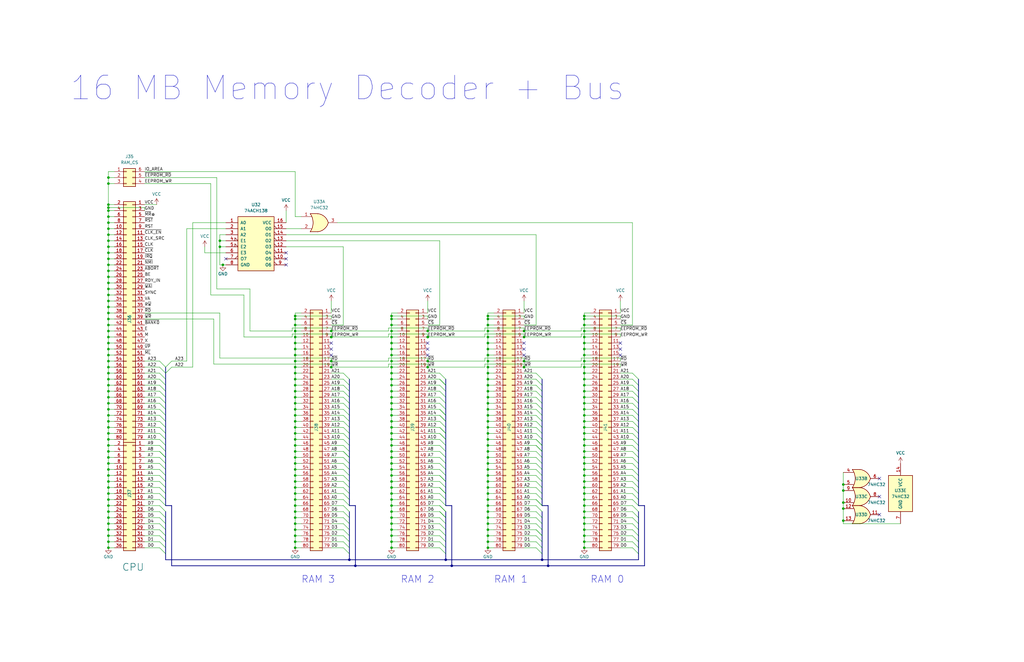
<source format=kicad_sch>
(kicad_sch (version 20211123) (generator eeschema)
  (paper "B")
  (junction (at 45.72 137.16))
  (junction (at 124.46 198.12))
  (junction (at 92.71 104.14))
  (junction (at 45.72 93.98))
  (junction (at 45.72 74.93))
  (junction (at 205.74 195.58))
  (junction (at 228.6 236.22))
  (junction (at 205.74 185.42))
  (junction (at 180.34 142.24))
  (junction (at 165.1 180.34))
  (junction (at 165.1 147.32))
  (junction (at 246.38 149.86))
  (junction (at 165.1 165.1))
  (junction (at 45.72 170.18))
  (junction (at 246.38 175.26))
  (junction (at 205.74 133.35))
  (junction (at 139.7 139.7))
  (junction (at 205.74 180.34))
  (junction (at 124.46 137.16))
  (junction (at 124.46 200.66))
  (junction (at 45.72 142.24))
  (junction (at 205.74 142.24))
  (junction (at 124.46 205.74))
  (junction (at 165.1 195.58))
  (junction (at 45.72 132.08))
  (junction (at 165.1 213.36))
  (junction (at 149.86 238.76))
  (junction (at 205.74 190.5))
  (junction (at 246.38 147.32))
  (junction (at 165.1 203.2))
  (junction (at 45.72 101.6))
  (junction (at 124.46 154.94))
  (junction (at 246.38 200.66))
  (junction (at 246.38 215.9))
  (junction (at 205.74 215.9))
  (junction (at 205.74 165.1))
  (junction (at 165.1 190.5))
  (junction (at 124.46 133.35))
  (junction (at 165.1 210.82))
  (junction (at 45.72 175.26))
  (junction (at 45.72 185.42))
  (junction (at 180.34 154.94))
  (junction (at 45.72 203.2))
  (junction (at 124.46 218.44))
  (junction (at 45.72 124.46))
  (junction (at 246.38 203.2))
  (junction (at 165.1 167.64))
  (junction (at 124.46 215.9))
  (junction (at 231.14 238.76))
  (junction (at 45.72 205.74))
  (junction (at 124.46 220.98))
  (junction (at 45.72 99.06))
  (junction (at 220.98 139.7))
  (junction (at 246.38 213.36))
  (junction (at 165.1 134.62))
  (junction (at 45.72 165.1))
  (junction (at 124.46 177.8))
  (junction (at 124.46 147.32))
  (junction (at 45.72 96.52))
  (junction (at 205.74 205.74))
  (junction (at 45.72 180.34))
  (junction (at 165.1 139.7))
  (junction (at 355.6 214.63))
  (junction (at 205.74 154.94))
  (junction (at 165.1 215.9))
  (junction (at 205.74 228.6))
  (junction (at 124.46 213.36))
  (junction (at 124.46 175.26))
  (junction (at 205.74 160.02))
  (junction (at 246.38 187.96))
  (junction (at 205.74 218.44))
  (junction (at 205.74 167.64))
  (junction (at 205.74 139.7))
  (junction (at 45.72 182.88))
  (junction (at 45.72 144.78))
  (junction (at 246.38 162.56))
  (junction (at 165.1 162.56))
  (junction (at 246.38 220.98))
  (junction (at 205.74 193.04))
  (junction (at 124.46 187.96))
  (junction (at 205.74 152.4))
  (junction (at 165.1 182.88))
  (junction (at 45.72 152.4))
  (junction (at 139.7 152.4))
  (junction (at 165.1 170.18))
  (junction (at 165.1 175.26))
  (junction (at 45.72 215.9))
  (junction (at 45.72 187.96))
  (junction (at 124.46 142.24))
  (junction (at 205.74 187.96))
  (junction (at 93.98 111.76))
  (junction (at 355.6 219.71))
  (junction (at 246.38 210.82))
  (junction (at 139.7 154.94))
  (junction (at 45.72 220.98))
  (junction (at 205.74 172.72))
  (junction (at 205.74 198.12))
  (junction (at 205.74 231.14))
  (junction (at 246.38 157.48))
  (junction (at 124.46 231.14))
  (junction (at 165.1 172.72))
  (junction (at 45.72 162.56))
  (junction (at 165.1 228.6))
  (junction (at 246.38 134.62))
  (junction (at 45.72 104.14))
  (junction (at 45.72 210.82))
  (junction (at 246.38 137.16))
  (junction (at 165.1 193.04))
  (junction (at 205.74 200.66))
  (junction (at 165.1 144.78))
  (junction (at 45.72 86.36))
  (junction (at 246.38 185.42))
  (junction (at 165.1 142.24))
  (junction (at 165.1 208.28))
  (junction (at 45.72 147.32))
  (junction (at 220.98 152.4))
  (junction (at 45.72 106.68))
  (junction (at 45.72 193.04))
  (junction (at 124.46 180.34))
  (junction (at 246.38 180.34))
  (junction (at 147.32 236.22))
  (junction (at 246.38 154.94))
  (junction (at 124.46 172.72))
  (junction (at 45.72 121.92))
  (junction (at 355.6 212.09))
  (junction (at 205.74 210.82))
  (junction (at 139.7 142.24))
  (junction (at 124.46 195.58))
  (junction (at 190.5 238.76))
  (junction (at 124.46 149.86))
  (junction (at 124.46 210.82))
  (junction (at 246.38 144.78))
  (junction (at 45.72 218.44))
  (junction (at 246.38 165.1))
  (junction (at 45.72 172.72))
  (junction (at 45.72 213.36))
  (junction (at 45.72 134.62))
  (junction (at 45.72 91.44))
  (junction (at 246.38 205.74))
  (junction (at 124.46 203.2))
  (junction (at 124.46 193.04))
  (junction (at 246.38 170.18))
  (junction (at 165.1 149.86))
  (junction (at 246.38 160.02))
  (junction (at 124.46 223.52))
  (junction (at 165.1 133.35))
  (junction (at 124.46 152.4))
  (junction (at 246.38 198.12))
  (junction (at 124.46 182.88))
  (junction (at 124.46 170.18))
  (junction (at 45.72 114.3))
  (junction (at 205.74 223.52))
  (junction (at 45.72 157.48))
  (junction (at 92.71 101.6))
  (junction (at 205.74 147.32))
  (junction (at 246.38 195.58))
  (junction (at 45.72 226.06))
  (junction (at 180.34 139.7))
  (junction (at 205.74 144.78))
  (junction (at 165.1 157.48))
  (junction (at 45.72 77.47))
  (junction (at 246.38 142.24))
  (junction (at 165.1 223.52))
  (junction (at 246.38 152.4))
  (junction (at 187.96 236.22))
  (junction (at 124.46 190.5))
  (junction (at 124.46 165.1))
  (junction (at 205.74 134.62))
  (junction (at 205.74 213.36))
  (junction (at 205.74 203.2))
  (junction (at 45.72 127))
  (junction (at 246.38 177.8))
  (junction (at 205.74 182.88))
  (junction (at 45.72 231.14))
  (junction (at 246.38 218.44))
  (junction (at 205.74 177.8))
  (junction (at 124.46 228.6))
  (junction (at 45.72 109.22))
  (junction (at 165.1 152.4))
  (junction (at 45.72 223.52))
  (junction (at 45.72 200.66))
  (junction (at 165.1 160.02))
  (junction (at 45.72 208.28))
  (junction (at 165.1 154.94))
  (junction (at 124.46 185.42))
  (junction (at 205.74 162.56))
  (junction (at 246.38 208.28))
  (junction (at 165.1 200.66))
  (junction (at 180.34 152.4))
  (junction (at 205.74 208.28))
  (junction (at 246.38 226.06))
  (junction (at 246.38 167.64))
  (junction (at 165.1 231.14))
  (junction (at 45.72 88.9))
  (junction (at 355.6 204.47))
  (junction (at 355.6 207.01))
  (junction (at 205.74 175.26))
  (junction (at 124.46 226.06))
  (junction (at 220.98 154.94))
  (junction (at 124.46 167.64))
  (junction (at 246.38 133.35))
  (junction (at 124.46 162.56))
  (junction (at 45.72 195.58))
  (junction (at 45.72 116.84))
  (junction (at 165.1 198.12))
  (junction (at 124.46 134.62))
  (junction (at 246.38 223.52))
  (junction (at 45.72 119.38))
  (junction (at 205.74 220.98))
  (junction (at 180.3622 142.24))
  (junction (at 246.38 182.88))
  (junction (at 220.98 142.24))
  (junction (at 45.72 111.76))
  (junction (at 246.38 193.04))
  (junction (at 45.72 129.54))
  (junction (at 246.38 228.6))
  (junction (at 124.46 144.78))
  (junction (at 165.1 137.16))
  (junction (at 45.72 177.8))
  (junction (at 246.38 190.5))
  (junction (at 165.1 205.74))
  (junction (at 45.72 139.7))
  (junction (at 45.72 228.6))
  (junction (at 165.1 220.98))
  (junction (at 246.38 172.72))
  (junction (at 124.46 157.48))
  (junction (at 139.7222 142.24))
  (junction (at 45.72 167.64))
  (junction (at 45.72 149.86))
  (junction (at 124.46 208.28))
  (junction (at 205.74 226.06))
  (junction (at 165.1 218.44))
  (junction (at 45.72 154.94))
  (junction (at 45.72 198.12))
  (junction (at 124.46 139.7))
  (junction (at 165.1 185.42))
  (junction (at 205.74 170.18))
  (junction (at 45.72 160.02))
  (junction (at 205.74 157.48))
  (junction (at 45.72 87.63))
  (junction (at 165.1 187.96))
  (junction (at 205.74 149.86))
  (junction (at 124.46 160.02))
  (junction (at 165.1 226.06))
  (junction (at 165.1 177.8))
  (junction (at 205.74 137.16))
  (junction (at 45.72 190.5))
  (junction (at 246.38 231.14))
  (junction (at 246.38 139.7))
  (no_connect (at 180.34 144.78))
  (no_connect (at 120.65 109.22))
  (no_connect (at 180.34 147.32))
  (no_connect (at 370.84 209.55))
  (no_connect (at 120.65 111.76))
  (no_connect (at 180.34 149.86))
  (no_connect (at 220.98 147.32))
  (no_connect (at 261.62 144.78))
  (no_connect (at 261.62 149.86))
  (no_connect (at 370.84 217.17))
  (no_connect (at 139.7 149.86))
  (no_connect (at 120.65 106.68))
  (no_connect (at 370.84 201.93))
  (no_connect (at 220.98 149.86))
  (no_connect (at 95.25 109.22))
  (no_connect (at 220.98 144.78))
  (no_connect (at 139.7 144.78))
  (no_connect (at 261.62 147.32))
  (no_connect (at 139.7 147.32))
  (bus_entry (at 147.32 167.64) (size -2.54 -2.54))
  (bus_entry (at 187.96 182.88) (size -2.54 -2.54))
  (bus_entry (at 228.6 205.74) (size -2.54 -2.54))
  (bus_entry (at 147.32 160.02) (size -2.54 -2.54))
  (bus_entry (at 269.24 177.8) (size -2.54 -2.54))
  (bus_entry (at 147.32 162.56) (size -2.54 -2.54))
  (bus_entry (at 228.6 198.12) (size -2.54 -2.54))
  (bus_entry (at 269.24 223.52) (size -2.54 -2.54))
  (bus_entry (at 187.96 185.42) (size -2.54 -2.54))
  (bus_entry (at 69.85 233.68) (size -2.54 -2.54))
  (bus_entry (at 187.96 160.02) (size -2.54 -2.54))
  (bus_entry (at 187.96 190.5) (size -2.54 -2.54))
  (bus_entry (at 228.6 193.04) (size -2.54 -2.54))
  (bus_entry (at 269.24 185.42) (size -2.54 -2.54))
  (bus_entry (at 187.96 223.52) (size -2.54 -2.54))
  (bus_entry (at 147.32 185.42) (size -2.54 -2.54))
  (bus_entry (at 187.96 162.56) (size -2.54 -2.54))
  (bus_entry (at 147.32 223.52) (size -2.54 -2.54))
  (bus_entry (at 69.85 185.42) (size -2.54 -2.54))
  (bus_entry (at 69.85 182.88) (size -2.54 -2.54))
  (bus_entry (at 228.6 208.28) (size -2.54 -2.54))
  (bus_entry (at 187.96 233.68) (size -2.54 -2.54))
  (bus_entry (at 187.96 177.8) (size -2.54 -2.54))
  (bus_entry (at 147.32 170.18) (size -2.54 -2.54))
  (bus_entry (at 228.6 187.96) (size -2.54 -2.54))
  (bus_entry (at 69.85 215.9) (size -2.54 -2.54))
  (bus_entry (at 69.85 231.14) (size -2.54 -2.54))
  (bus_entry (at 69.85 195.58) (size -2.54 -2.54))
  (bus_entry (at 228.6 177.8) (size -2.54 -2.54))
  (bus_entry (at 187.96 167.64) (size -2.54 -2.54))
  (bus_entry (at 187.96 218.44) (size -2.54 -2.54))
  (bus_entry (at 228.6 226.06) (size -2.54 -2.54))
  (bus_entry (at 69.85 165.1) (size -2.54 -2.54))
  (bus_entry (at 269.24 170.18) (size -2.54 -2.54))
  (bus_entry (at 187.96 200.66) (size -2.54 -2.54))
  (bus_entry (at 269.24 203.2) (size -2.54 -2.54))
  (bus_entry (at 187.96 226.06) (size -2.54 -2.54))
  (bus_entry (at 69.85 187.96) (size -2.54 -2.54))
  (bus_entry (at 187.96 195.58) (size -2.54 -2.54))
  (bus_entry (at 187.96 177.8) (size -2.54 -2.54))
  (bus_entry (at 69.85 170.18) (size -2.54 -2.54))
  (bus_entry (at 269.24 160.02) (size -2.54 -2.54))
  (bus_entry (at 147.32 220.98) (size -2.54 -2.54))
  (bus_entry (at 147.32 165.1) (size -2.54 -2.54))
  (bus_entry (at 69.85 157.48) (size -2.54 -2.54))
  (bus_entry (at 147.32 210.82) (size -2.54 -2.54))
  (bus_entry (at 69.85 205.74) (size -2.54 -2.54))
  (bus_entry (at 147.32 172.72) (size -2.54 -2.54))
  (bus_entry (at 187.96 205.74) (size -2.54 -2.54))
  (bus_entry (at 228.6 175.26) (size -2.54 -2.54))
  (bus_entry (at 228.6 167.64) (size -2.54 -2.54))
  (bus_entry (at 228.6 213.36) (size -2.54 -2.54))
  (bus_entry (at 147.32 215.9) (size -2.54 -2.54))
  (bus_entry (at 147.32 218.44) (size -2.54 -2.54))
  (bus_entry (at 69.85 154.94) (size 2.54 -2.54))
  (bus_entry (at 187.96 193.04) (size -2.54 -2.54))
  (bus_entry (at 147.32 175.26) (size -2.54 -2.54))
  (bus_entry (at 269.24 195.58) (size -2.54 -2.54))
  (bus_entry (at 228.6 172.72) (size -2.54 -2.54))
  (bus_entry (at 269.24 175.26) (size -2.54 -2.54))
  (bus_entry (at 187.96 182.88) (size -2.54 -2.54))
  (bus_entry (at 147.32 195.58) (size -2.54 -2.54))
  (bus_entry (at 147.32 193.04) (size -2.54 -2.54))
  (bus_entry (at 269.24 213.36) (size -2.54 -2.54))
  (bus_entry (at 228.6 165.1) (size -2.54 -2.54))
  (bus_entry (at 147.32 198.12) (size -2.54 -2.54))
  (bus_entry (at 147.32 182.88) (size -2.54 -2.54))
  (bus_entry (at 69.85 193.04) (size -2.54 -2.54))
  (bus_entry (at 187.96 213.36) (size -2.54 -2.54))
  (bus_entry (at 147.32 233.68) (size -2.54 -2.54))
  (bus_entry (at 269.24 208.28) (size -2.54 -2.54))
  (bus_entry (at 69.85 190.5) (size -2.54 -2.54))
  (bus_entry (at 69.85 226.06) (size -2.54 -2.54))
  (bus_entry (at 269.24 215.9) (size -2.54 -2.54))
  (bus_entry (at 187.96 187.96) (size -2.54 -2.54))
  (bus_entry (at 187.96 210.82) (size -2.54 -2.54))
  (bus_entry (at 187.96 228.6) (size -2.54 -2.54))
  (bus_entry (at 69.85 208.28) (size -2.54 -2.54))
  (bus_entry (at 228.6 223.52) (size -2.54 -2.54))
  (bus_entry (at 228.6 180.34) (size -2.54 -2.54))
  (bus_entry (at 228.6 190.5) (size -2.54 -2.54))
  (bus_entry (at 187.96 215.9) (size -2.54 -2.54))
  (bus_entry (at 228.6 215.9) (size -2.54 -2.54))
  (bus_entry (at 187.96 175.26) (size -2.54 -2.54))
  (bus_entry (at 228.6 190.5) (size -2.54 -2.54))
  (bus_entry (at 187.96 203.2) (size -2.54 -2.54))
  (bus_entry (at 147.32 226.06) (size -2.54 -2.54))
  (bus_entry (at 228.6 218.44) (size -2.54 -2.54))
  (bus_entry (at 228.6 233.68) (size -2.54 -2.54))
  (bus_entry (at 147.32 180.34) (size -2.54 -2.54))
  (bus_entry (at 69.85 193.04) (size -2.54 -2.54))
  (bus_entry (at 69.85 198.12) (size -2.54 -2.54))
  (bus_entry (at 228.6 220.98) (size -2.54 -2.54))
  (bus_entry (at 69.85 167.64) (size -2.54 -2.54))
  (bus_entry (at 269.24 226.06) (size -2.54 -2.54))
  (bus_entry (at 187.96 198.12) (size -2.54 -2.54))
  (bus_entry (at 187.96 208.28) (size -2.54 -2.54))
  (bus_entry (at 228.6 170.18) (size -2.54 -2.54))
  (bus_entry (at 269.24 210.82) (size -2.54 -2.54))
  (bus_entry (at 187.96 180.34) (size -2.54 -2.54))
  (bus_entry (at 147.32 190.5) (size -2.54 -2.54))
  (bus_entry (at 187.96 170.18) (size -2.54 -2.54))
  (bus_entry (at 147.32 228.6) (size -2.54 -2.54))
  (bus_entry (at 269.24 180.34) (size -2.54 -2.54))
  (bus_entry (at 69.85 157.48) (size 2.54 -2.54))
  (bus_entry (at 147.32 177.8) (size -2.54 -2.54))
  (bus_entry (at 228.6 187.96) (size -2.54 -2.54))
  (bus_entry (at 69.85 162.56) (size -2.54 -2.54))
  (bus_entry (at 269.24 162.56) (size -2.54 -2.54))
  (bus_entry (at 187.96 231.14) (size -2.54 -2.54))
  (bus_entry (at 187.96 218.44) (size -2.54 -2.54))
  (bus_entry (at 147.32 231.14) (size -2.54 -2.54))
  (bus_entry (at 228.6 182.88) (size -2.54 -2.54))
  (bus_entry (at 187.96 172.72) (size -2.54 -2.54))
  (bus_entry (at 187.96 215.9) (size -2.54 -2.54))
  (bus_entry (at 228.6 228.6) (size -2.54 -2.54))
  (bus_entry (at 228.6 195.58) (size -2.54 -2.54))
  (bus_entry (at 69.85 213.36) (size -2.54 -2.54))
  (bus_entry (at 69.85 172.72) (size -2.54 -2.54))
  (bus_entry (at 228.6 185.42) (size -2.54 -2.54))
  (bus_entry (at 147.32 208.28) (size -2.54 -2.54))
  (bus_entry (at 228.6 226.06) (size -2.54 -2.54))
  (bus_entry (at 228.6 203.2) (size -2.54 -2.54))
  (bus_entry (at 187.96 203.2) (size -2.54 -2.54))
  (bus_entry (at 69.85 177.8) (size -2.54 -2.54))
  (bus_entry (at 69.85 160.02) (size -2.54 -2.54))
  (bus_entry (at 69.85 203.2) (size -2.54 -2.54))
  (bus_entry (at 269.24 165.1) (size -2.54 -2.54))
  (bus_entry (at 147.32 200.66) (size -2.54 -2.54))
  (bus_entry (at 187.96 162.56) (size -2.54 -2.54))
  (bus_entry (at 269.24 172.72) (size -2.54 -2.54))
  (bus_entry (at 228.6 231.14) (size -2.54 -2.54))
  (bus_entry (at 147.32 213.36) (size -2.54 -2.54))
  (bus_entry (at 228.6 162.56) (size -2.54 -2.54))
  (bus_entry (at 269.24 167.64) (size -2.54 -2.54))
  (bus_entry (at 269.24 187.96) (size -2.54 -2.54))
  (bus_entry (at 228.6 160.02) (size -2.54 -2.54))
  (bus_entry (at 228.6 210.82) (size -2.54 -2.54))
  (bus_entry (at 269.24 200.66) (size -2.54 -2.54))
  (bus_entry (at 269.24 218.44) (size -2.54 -2.54))
  (bus_entry (at 269.24 182.88) (size -2.54 -2.54))
  (bus_entry (at 69.85 180.34) (size -2.54 -2.54))
  (bus_entry (at 69.85 154.94) (size -2.54 -2.54))
  (bus_entry (at 187.96 220.98) (size -2.54 -2.54))
  (bus_entry (at 147.32 187.96) (size -2.54 -2.54))
  (bus_entry (at 269.24 190.5) (size -2.54 -2.54))
  (bus_entry (at 69.85 220.98) (size -2.54 -2.54))
  (bus_entry (at 147.32 193.04) (size -2.54 -2.54))
  (bus_entry (at 69.85 228.6) (size -2.54 -2.54))
  (bus_entry (at 228.6 200.66) (size -2.54 -2.54))
  (bus_entry (at 269.24 228.6) (size -2.54 -2.54))
  (bus_entry (at 69.85 218.44) (size -2.54 -2.54))
  (bus_entry (at 69.85 200.66) (size -2.54 -2.54))
  (bus_entry (at 69.85 175.26) (size -2.54 -2.54))
  (bus_entry (at 147.32 203.2) (size -2.54 -2.54))
  (bus_entry (at 269.24 233.68) (size -2.54 -2.54))
  (bus_entry (at 187.96 165.1) (size -2.54 -2.54))
  (bus_entry (at 269.24 193.04) (size -2.54 -2.54))
  (bus_entry (at 187.96 185.42) (size -2.54 -2.54))
  (bus_entry (at 187.96 175.26) (size -2.54 -2.54))
  (bus_entry (at 187.96 208.28) (size -2.54 -2.54))
  (bus_entry (at 269.24 231.14) (size -2.54 -2.54))
  (bus_entry (at 269.24 205.74) (size -2.54 -2.54))
  (bus_entry (at 69.85 223.52) (size -2.54 -2.54))
  (bus_entry (at 269.24 220.98) (size -2.54 -2.54))
  (bus_entry (at 69.85 210.82) (size -2.54 -2.54))
  (bus_entry (at 269.24 198.12) (size -2.54 -2.54))
  (bus_entry (at 147.32 205.74) (size -2.54 -2.54))
  (bus_entry (at 228.6 213.36) (size -2.54 -2.54))
  (wire (pts (xy 124.46 133.35) (xy 139.7 133.35)))
  (wire (pts (xy 266.7 175.26) (xy 261.62 175.26)))
  (wire (pts (xy 185.42 177.8) (xy 180.34 177.8)))
  (wire (pts (xy 144.78 187.96) (xy 139.7 187.96)))
  (wire (pts (xy 60.96 165.1) (xy 67.31 165.1)))
  (bus (pts (xy 69.85 180.34) (xy 69.85 182.88)))
  (wire (pts (xy 91.44 74.93) (xy 91.44 121.92)))
  (wire (pts (xy 226.06 175.26) (xy 220.98 175.26)))
  (wire (pts (xy 266.7 157.48) (xy 261.62 157.48)))
  (bus (pts (xy 190.5 238.76) (xy 190.5 213.36)))
  (wire (pts (xy 205.74 134.62) (xy 208.28 134.62)))
  (wire (pts (xy 266.7 223.52) (xy 261.62 223.52)))
  (bus (pts (xy 231.14 238.76) (xy 271.78 238.76)))
  (wire (pts (xy 165.1 190.5) (xy 167.64 190.5)))
  (wire (pts (xy 45.72 167.64) (xy 45.72 170.18)))
  (bus (pts (xy 69.85 185.42) (xy 69.85 187.96)))
  (wire (pts (xy 102.87 142.24) (xy 102.87 124.46)))
  (wire (pts (xy 226.06 218.44) (xy 220.98 218.44)))
  (wire (pts (xy 246.38 210.82) (xy 246.38 213.36)))
  (wire (pts (xy 246.38 177.8) (xy 246.38 180.34)))
  (wire (pts (xy 246.38 198.12) (xy 248.92 198.12)))
  (wire (pts (xy 60.96 175.26) (xy 67.31 175.26)))
  (wire (pts (xy 60.96 203.2) (xy 67.31 203.2)))
  (wire (pts (xy 205.74 139.7) (xy 205.74 142.24)))
  (wire (pts (xy 45.72 86.36) (xy 45.72 87.63)))
  (wire (pts (xy 45.72 205.74) (xy 48.26 205.74)))
  (wire (pts (xy 60.96 185.42) (xy 67.31 185.42)))
  (wire (pts (xy 124.46 154.94) (xy 127 154.94)))
  (wire (pts (xy 124.46 147.32) (xy 124.46 149.86)))
  (bus (pts (xy 187.96 187.96) (xy 187.96 190.5)))
  (wire (pts (xy 246.38 162.56) (xy 246.38 165.1)))
  (wire (pts (xy 180.34 154.94) (xy 204.47 154.94)))
  (bus (pts (xy 271.78 213.36) (xy 269.24 213.36)))
  (wire (pts (xy 165.1 226.06) (xy 167.64 226.06)))
  (wire (pts (xy 144.78 104.14) (xy 144.78 137.16)))
  (wire (pts (xy 139.7222 140.97) (xy 139.7222 142.24)))
  (wire (pts (xy 204.47 154.94) (xy 204.47 153.67)))
  (bus (pts (xy 187.96 223.52) (xy 187.96 226.06)))
  (wire (pts (xy 205.74 172.72) (xy 205.74 175.26)))
  (wire (pts (xy 120.65 99.06) (xy 226.06 99.06)))
  (wire (pts (xy 266.7 210.82) (xy 261.62 210.82)))
  (bus (pts (xy 187.96 200.66) (xy 187.96 203.2)))
  (wire (pts (xy 124.46 157.48) (xy 127 157.48)))
  (wire (pts (xy 163.83 153.67) (xy 180.34 153.67)))
  (wire (pts (xy 124.46 198.12) (xy 124.46 200.66)))
  (wire (pts (xy 124.46 190.5) (xy 124.46 193.04)))
  (wire (pts (xy 165.1 149.86) (xy 165.1 152.4)))
  (bus (pts (xy 147.32 193.04) (xy 147.32 195.58)))
  (wire (pts (xy 226.06 231.14) (xy 220.98 231.14)))
  (wire (pts (xy 45.72 142.24) (xy 45.72 144.78)))
  (wire (pts (xy 45.72 210.82) (xy 48.26 210.82)))
  (wire (pts (xy 144.78 200.66) (xy 139.7 200.66)))
  (wire (pts (xy 246.38 154.94) (xy 248.92 154.94)))
  (wire (pts (xy 266.7 220.98) (xy 261.62 220.98)))
  (wire (pts (xy 165.1 162.56) (xy 165.1 165.1)))
  (bus (pts (xy 72.39 213.36) (xy 72.39 238.76)))
  (wire (pts (xy 165.1 203.2) (xy 165.1 205.74)))
  (wire (pts (xy 355.6 212.09) (xy 355.6 214.63)))
  (wire (pts (xy 60.96 198.12) (xy 67.31 198.12)))
  (bus (pts (xy 228.6 223.52) (xy 228.6 226.06)))
  (bus (pts (xy 187.96 226.06) (xy 187.96 228.6)))
  (wire (pts (xy 246.38 132.08) (xy 246.38 133.35)))
  (wire (pts (xy 144.78 228.6) (xy 139.7 228.6)))
  (wire (pts (xy 205.74 226.06) (xy 205.74 228.6)))
  (wire (pts (xy 45.72 187.96) (xy 48.26 187.96)))
  (bus (pts (xy 69.85 157.48) (xy 69.85 160.02)))
  (wire (pts (xy 45.72 195.58) (xy 48.26 195.58)))
  (wire (pts (xy 266.7 187.96) (xy 261.62 187.96)))
  (wire (pts (xy 165.1 137.16) (xy 167.64 137.16)))
  (wire (pts (xy 165.1 218.44) (xy 167.64 218.44)))
  (wire (pts (xy 266.7 203.2) (xy 261.62 203.2)))
  (wire (pts (xy 165.1 215.9) (xy 165.1 218.44)))
  (wire (pts (xy 45.72 220.98) (xy 45.72 223.52)))
  (wire (pts (xy 165.1 213.36) (xy 165.1 215.9)))
  (wire (pts (xy 124.46 193.04) (xy 124.46 195.58)))
  (wire (pts (xy 205.74 154.94) (xy 205.74 157.48)))
  (wire (pts (xy 124.46 142.24) (xy 124.46 144.78)))
  (wire (pts (xy 226.06 208.28) (xy 220.98 208.28)))
  (wire (pts (xy 120.65 101.6) (xy 185.42 101.6)))
  (wire (pts (xy 226.06 195.58) (xy 220.98 195.58)))
  (wire (pts (xy 45.72 72.39) (xy 45.72 74.93)))
  (wire (pts (xy 185.42 200.66) (xy 180.34 200.66)))
  (wire (pts (xy 45.72 116.84) (xy 45.72 119.38)))
  (bus (pts (xy 69.85 233.68) (xy 69.85 236.22)))
  (wire (pts (xy 45.72 185.42) (xy 45.72 187.96)))
  (wire (pts (xy 92.71 99.06) (xy 92.71 101.6)))
  (wire (pts (xy 45.72 198.12) (xy 45.72 200.66)))
  (wire (pts (xy 45.72 182.88) (xy 48.26 182.88)))
  (bus (pts (xy 269.24 218.44) (xy 269.24 220.98)))
  (wire (pts (xy 205.74 208.28) (xy 205.74 210.82)))
  (wire (pts (xy 246.38 193.04) (xy 248.92 193.04)))
  (wire (pts (xy 124.46 226.06) (xy 127 226.06)))
  (bus (pts (xy 228.6 160.02) (xy 228.6 162.56)))
  (wire (pts (xy 185.42 228.6) (xy 180.34 228.6)))
  (wire (pts (xy 204.47 139.7) (xy 204.47 138.43)))
  (wire (pts (xy 45.72 172.72) (xy 48.26 172.72)))
  (wire (pts (xy 124.46 162.56) (xy 127 162.56)))
  (bus (pts (xy 269.24 198.12) (xy 269.24 200.66)))
  (bus (pts (xy 269.24 195.58) (xy 269.24 198.12)))
  (wire (pts (xy 246.38 147.32) (xy 246.38 149.86)))
  (wire (pts (xy 45.72 203.2) (xy 48.26 203.2)))
  (wire (pts (xy 45.72 99.06) (xy 45.72 101.6)))
  (wire (pts (xy 165.1 198.12) (xy 165.1 200.66)))
  (wire (pts (xy 246.38 210.82) (xy 248.92 210.82)))
  (wire (pts (xy 124.46 228.6) (xy 124.46 231.14)))
  (wire (pts (xy 45.72 187.96) (xy 45.72 190.5)))
  (wire (pts (xy 124.46 180.34) (xy 124.46 182.88)))
  (wire (pts (xy 245.11 142.24) (xy 245.11 140.97)))
  (wire (pts (xy 266.7 231.14) (xy 261.62 231.14)))
  (wire (pts (xy 246.38 157.48) (xy 246.38 160.02)))
  (bus (pts (xy 187.96 208.28) (xy 187.96 210.82)))
  (wire (pts (xy 45.72 198.12) (xy 48.26 198.12)))
  (wire (pts (xy 45.72 218.44) (xy 48.26 218.44)))
  (bus (pts (xy 269.24 208.28) (xy 269.24 210.82)))
  (bus (pts (xy 147.32 187.96) (xy 147.32 190.5)))
  (wire (pts (xy 45.72 160.02) (xy 48.26 160.02)))
  (wire (pts (xy 266.7 228.6) (xy 261.62 228.6)))
  (wire (pts (xy 246.38 226.06) (xy 246.38 228.6)))
  (wire (pts (xy 45.72 106.68) (xy 45.72 109.22)))
  (bus (pts (xy 69.85 182.88) (xy 69.85 185.42)))
  (wire (pts (xy 205.74 228.6) (xy 208.28 228.6)))
  (bus (pts (xy 269.24 215.9) (xy 269.24 218.44)))
  (wire (pts (xy 165.1 133.35) (xy 165.1 134.62)))
  (wire (pts (xy 45.72 137.16) (xy 45.72 139.7)))
  (wire (pts (xy 45.72 88.9) (xy 48.26 88.9)))
  (wire (pts (xy 245.11 140.97) (xy 261.62 140.97)))
  (wire (pts (xy 165.1 187.96) (xy 167.64 187.96)))
  (wire (pts (xy 45.72 208.28) (xy 48.26 208.28)))
  (wire (pts (xy 165.1 160.02) (xy 167.64 160.02)))
  (bus (pts (xy 187.96 165.1) (xy 187.96 167.64)))
  (bus (pts (xy 187.96 182.88) (xy 187.96 185.42)))
  (bus (pts (xy 187.96 172.72) (xy 187.96 175.26)))
  (wire (pts (xy 205.74 144.78) (xy 205.74 147.32)))
  (wire (pts (xy 95.25 106.68) (xy 86.36 106.68)))
  (wire (pts (xy 205.74 167.64) (xy 205.74 170.18)))
  (bus (pts (xy 147.32 198.12) (xy 147.32 200.66)))
  (wire (pts (xy 205.74 193.04) (xy 208.28 193.04)))
  (wire (pts (xy 226.06 200.66) (xy 220.98 200.66)))
  (wire (pts (xy 45.72 121.92) (xy 45.72 124.46)))
  (bus (pts (xy 187.96 220.98) (xy 187.96 223.52)))
  (wire (pts (xy 204.47 142.24) (xy 204.47 140.97)))
  (wire (pts (xy 139.7 153.67) (xy 139.7 154.94)))
  (bus (pts (xy 69.85 220.98) (xy 69.85 223.52)))
  (wire (pts (xy 165.1 134.62) (xy 167.64 134.62)))
  (wire (pts (xy 246.38 218.44) (xy 246.38 220.98)))
  (wire (pts (xy 205.74 165.1) (xy 208.28 165.1)))
  (wire (pts (xy 205.74 172.72) (xy 208.28 172.72)))
  (wire (pts (xy 205.74 147.32) (xy 208.28 147.32)))
  (wire (pts (xy 165.1 132.08) (xy 165.1 133.35)))
  (wire (pts (xy 246.38 142.24) (xy 248.92 142.24)))
  (bus (pts (xy 147.32 165.1) (xy 147.32 167.64)))
  (wire (pts (xy 246.38 203.2) (xy 248.92 203.2)))
  (wire (pts (xy 185.42 193.04) (xy 180.34 193.04)))
  (bus (pts (xy 269.24 187.96) (xy 269.24 190.5)))
  (wire (pts (xy 246.38 208.28) (xy 248.92 208.28)))
  (wire (pts (xy 205.74 203.2) (xy 205.74 205.74)))
  (bus (pts (xy 228.6 187.96) (xy 228.6 190.5)))
  (wire (pts (xy 355.6 207.01) (xy 355.6 212.09)))
  (wire (pts (xy 124.46 223.52) (xy 124.46 226.06)))
  (wire (pts (xy 60.96 210.82) (xy 67.31 210.82)))
  (wire (pts (xy 60.96 170.18) (xy 67.31 170.18)))
  (wire (pts (xy 205.74 170.18) (xy 205.74 172.72)))
  (wire (pts (xy 205.74 215.9) (xy 205.74 218.44)))
  (wire (pts (xy 246.38 203.2) (xy 246.38 205.74)))
  (wire (pts (xy 124.46 157.48) (xy 124.46 160.02)))
  (wire (pts (xy 124.46 177.8) (xy 127 177.8)))
  (wire (pts (xy 185.42 198.12) (xy 180.34 198.12)))
  (wire (pts (xy 165.1 165.1) (xy 165.1 167.64)))
  (wire (pts (xy 246.38 205.74) (xy 248.92 205.74)))
  (wire (pts (xy 185.42 220.98) (xy 180.34 220.98)))
  (wire (pts (xy 144.78 193.04) (xy 139.7 193.04)))
  (wire (pts (xy 246.38 170.18) (xy 248.92 170.18)))
  (wire (pts (xy 45.72 119.38) (xy 48.26 119.38)))
  (bus (pts (xy 269.24 231.14) (xy 269.24 233.68)))
  (wire (pts (xy 165.1 218.44) (xy 165.1 220.98)))
  (wire (pts (xy 144.78 172.72) (xy 139.7 172.72)))
  (wire (pts (xy 205.74 177.8) (xy 205.74 180.34)))
  (wire (pts (xy 165.1 180.34) (xy 165.1 182.88)))
  (wire (pts (xy 261.62 151.13) (xy 261.62 152.4)))
  (wire (pts (xy 205.74 149.86) (xy 208.28 149.86)))
  (wire (pts (xy 124.46 170.18) (xy 124.46 172.72)))
  (wire (pts (xy 124.46 139.7) (xy 127 139.7)))
  (wire (pts (xy 60.96 190.5) (xy 67.31 190.5)))
  (wire (pts (xy 226.06 167.64) (xy 220.98 167.64)))
  (wire (pts (xy 45.72 127) (xy 45.72 129.54)))
  (wire (pts (xy 165.1 208.28) (xy 167.64 208.28)))
  (bus (pts (xy 187.96 236.22) (xy 147.32 236.22)))
  (wire (pts (xy 246.38 193.04) (xy 246.38 195.58)))
  (wire (pts (xy 45.72 175.26) (xy 48.26 175.26)))
  (wire (pts (xy 45.72 215.9) (xy 45.72 218.44)))
  (wire (pts (xy 124.46 205.74) (xy 127 205.74)))
  (bus (pts (xy 187.96 228.6) (xy 187.96 231.14)))
  (bus (pts (xy 271.78 238.76) (xy 271.78 213.36)))
  (wire (pts (xy 165.1 193.04) (xy 165.1 195.58)))
  (wire (pts (xy 45.72 106.68) (xy 48.26 106.68)))
  (bus (pts (xy 269.24 165.1) (xy 269.24 167.64)))
  (wire (pts (xy 165.1 133.35) (xy 180.34 133.35)))
  (wire (pts (xy 266.7 165.1) (xy 261.62 165.1)))
  (wire (pts (xy 124.46 213.36) (xy 127 213.36)))
  (wire (pts (xy 124.46 210.82) (xy 124.46 213.36)))
  (wire (pts (xy 246.38 220.98) (xy 248.92 220.98)))
  (wire (pts (xy 205.74 220.98) (xy 208.28 220.98)))
  (wire (pts (xy 226.06 99.06) (xy 226.06 137.16)))
  (wire (pts (xy 45.72 162.56) (xy 45.72 165.1)))
  (wire (pts (xy 246.38 133.35) (xy 246.38 134.62)))
  (wire (pts (xy 226.06 137.16) (xy 220.98 137.16)))
  (bus (pts (xy 147.32 210.82) (xy 147.32 213.36)))
  (wire (pts (xy 266.7 193.04) (xy 261.62 193.04)))
  (wire (pts (xy 165.1 223.52) (xy 165.1 226.06)))
  (wire (pts (xy 226.06 220.98) (xy 220.98 220.98)))
  (wire (pts (xy 205.74 228.6) (xy 205.74 231.14)))
  (wire (pts (xy 165.1 200.66) (xy 167.64 200.66)))
  (wire (pts (xy 60.96 218.44) (xy 67.31 218.44)))
  (wire (pts (xy 226.06 203.2) (xy 220.98 203.2)))
  (bus (pts (xy 228.6 195.58) (xy 228.6 198.12)))
  (wire (pts (xy 124.46 218.44) (xy 124.46 220.98)))
  (wire (pts (xy 165.1 190.5) (xy 165.1 193.04)))
  (wire (pts (xy 124.46 193.04) (xy 127 193.04)))
  (wire (pts (xy 45.72 142.24) (xy 48.26 142.24)))
  (wire (pts (xy 246.38 139.7) (xy 248.92 139.7)))
  (wire (pts (xy 144.78 195.58) (xy 139.7 195.58)))
  (wire (pts (xy 45.72 190.5) (xy 45.72 193.04)))
  (wire (pts (xy 226.06 193.04) (xy 220.98 193.04)))
  (wire (pts (xy 266.7 195.58) (xy 261.62 195.58)))
  (wire (pts (xy 60.96 72.39) (xy 124.46 72.39)))
  (wire (pts (xy 266.7 208.28) (xy 261.62 208.28)))
  (wire (pts (xy 220.98 153.67) (xy 220.98 154.94)))
  (wire (pts (xy 45.72 144.78) (xy 48.26 144.78)))
  (bus (pts (xy 228.6 170.18) (xy 228.6 172.72)))
  (wire (pts (xy 205.74 175.26) (xy 205.74 177.8)))
  (wire (pts (xy 124.46 160.02) (xy 127 160.02)))
  (wire (pts (xy 72.39 154.94) (xy 81.28 154.94)))
  (wire (pts (xy 220.98 127) (xy 220.98 132.08)))
  (wire (pts (xy 205.74 160.02) (xy 205.74 162.56)))
  (wire (pts (xy 185.42 157.48) (xy 180.34 157.48)))
  (bus (pts (xy 269.24 220.98) (xy 269.24 223.52)))
  (wire (pts (xy 45.72 114.3) (xy 48.26 114.3)))
  (wire (pts (xy 226.06 182.88) (xy 220.98 182.88)))
  (wire (pts (xy 124.46 195.58) (xy 124.46 198.12)))
  (wire (pts (xy 45.72 193.04) (xy 45.72 195.58)))
  (wire (pts (xy 205.74 133.35) (xy 205.74 134.62)))
  (wire (pts (xy 45.72 124.46) (xy 45.72 127)))
  (bus (pts (xy 269.24 177.8) (xy 269.24 180.34)))
  (wire (pts (xy 124.46 223.52) (xy 127 223.52)))
  (wire (pts (xy 45.72 147.32) (xy 45.72 149.86)))
  (wire (pts (xy 205.74 198.12) (xy 208.28 198.12)))
  (wire (pts (xy 165.1 193.04) (xy 167.64 193.04)))
  (wire (pts (xy 45.72 215.9) (xy 48.26 215.9)))
  (bus (pts (xy 147.32 182.88) (xy 147.32 185.42)))
  (wire (pts (xy 165.1 147.32) (xy 167.64 147.32)))
  (wire (pts (xy 246.38 208.28) (xy 246.38 210.82)))
  (wire (pts (xy 60.96 228.6) (xy 67.31 228.6)))
  (wire (pts (xy 165.1 195.58) (xy 167.64 195.58)))
  (wire (pts (xy 45.72 154.94) (xy 48.26 154.94)))
  (wire (pts (xy 246.38 231.14) (xy 248.92 231.14)))
  (wire (pts (xy 246.38 170.18) (xy 246.38 172.72)))
  (bus (pts (xy 269.24 175.26) (xy 269.24 177.8)))
  (wire (pts (xy 124.46 180.34) (xy 127 180.34)))
  (wire (pts (xy 261.62 133.35) (xy 261.62 134.62)))
  (bus (pts (xy 69.85 223.52) (xy 69.85 226.06)))
  (wire (pts (xy 124.46 154.94) (xy 124.46 157.48)))
  (wire (pts (xy 246.38 215.9) (xy 248.92 215.9)))
  (wire (pts (xy 226.06 185.42) (xy 220.98 185.42)))
  (bus (pts (xy 147.32 190.5) (xy 147.32 193.04)))
  (bus (pts (xy 187.96 190.5) (xy 187.96 193.04)))
  (wire (pts (xy 144.78 175.26) (xy 139.7 175.26)))
  (wire (pts (xy 266.7 170.18) (xy 261.62 170.18)))
  (wire (pts (xy 165.1 149.86) (xy 167.64 149.86)))
  (wire (pts (xy 205.74 157.48) (xy 205.74 160.02)))
  (bus (pts (xy 228.6 193.04) (xy 228.6 195.58)))
  (wire (pts (xy 266.7 205.74) (xy 261.62 205.74)))
  (wire (pts (xy 144.78 203.2) (xy 139.7 203.2)))
  (wire (pts (xy 226.06 165.1) (xy 220.98 165.1)))
  (bus (pts (xy 147.32 195.58) (xy 147.32 198.12)))
  (wire (pts (xy 90.17 153.67) (xy 139.7 153.67)))
  (bus (pts (xy 69.85 154.94) (xy 69.85 157.48)))
  (wire (pts (xy 60.96 226.06) (xy 67.31 226.06)))
  (wire (pts (xy 139.7 152.4) (xy 163.83 152.4)))
  (wire (pts (xy 86.36 106.68) (xy 86.36 104.14)))
  (wire (pts (xy 60.96 208.28) (xy 67.31 208.28)))
  (wire (pts (xy 185.42 137.16) (xy 180.34 137.16)))
  (wire (pts (xy 205.74 200.66) (xy 205.74 203.2)))
  (wire (pts (xy 144.78 208.28) (xy 139.7 208.28)))
  (wire (pts (xy 167.64 144.78) (xy 165.1 144.78)))
  (wire (pts (xy 246.38 134.62) (xy 248.92 134.62)))
  (bus (pts (xy 69.85 198.12) (xy 69.85 200.66)))
  (wire (pts (xy 246.38 149.86) (xy 246.38 152.4)))
  (wire (pts (xy 205.74 180.34) (xy 205.74 182.88)))
  (wire (pts (xy 124.46 147.32) (xy 127 147.32)))
  (wire (pts (xy 261.62 140.97) (xy 261.62 142.24)))
  (bus (pts (xy 147.32 160.02) (xy 147.32 162.56)))
  (bus (pts (xy 69.85 205.74) (xy 69.85 208.28)))
  (wire (pts (xy 144.78 220.98) (xy 139.7 220.98)))
  (wire (pts (xy 144.78 185.42) (xy 139.7 185.42)))
  (wire (pts (xy 205.74 231.14) (xy 208.28 231.14)))
  (wire (pts (xy 246.38 213.36) (xy 246.38 215.9)))
  (wire (pts (xy 45.72 175.26) (xy 45.72 177.8)))
  (bus (pts (xy 228.6 218.44) (xy 228.6 220.98)))
  (wire (pts (xy 205.74 198.12) (xy 205.74 200.66)))
  (wire (pts (xy 165.1 210.82) (xy 167.64 210.82)))
  (wire (pts (xy 205.74 177.8) (xy 208.28 177.8)))
  (wire (pts (xy 248.92 144.78) (xy 246.38 144.78)))
  (wire (pts (xy 45.72 111.76) (xy 45.72 114.3)))
  (wire (pts (xy 246.38 187.96) (xy 248.92 187.96)))
  (wire (pts (xy 45.72 220.98) (xy 48.26 220.98)))
  (wire (pts (xy 45.72 210.82) (xy 45.72 213.36)))
  (wire (pts (xy 45.72 109.22) (xy 48.26 109.22)))
  (wire (pts (xy 208.28 144.78) (xy 205.74 144.78)))
  (wire (pts (xy 45.72 96.52) (xy 48.26 96.52)))
  (wire (pts (xy 185.42 205.74) (xy 180.34 205.74)))
  (wire (pts (xy 45.72 129.54) (xy 45.72 132.08)))
  (wire (pts (xy 144.78 165.1) (xy 139.7 165.1)))
  (wire (pts (xy 95.25 99.06) (xy 92.71 99.06)))
  (wire (pts (xy 120.65 104.14) (xy 144.78 104.14)))
  (wire (pts (xy 60.96 200.66) (xy 67.31 200.66)))
  (wire (pts (xy 105.41 121.92) (xy 91.44 121.92)))
  (wire (pts (xy 124.46 177.8) (xy 124.46 180.34)))
  (wire (pts (xy 124.46 144.78) (xy 124.46 147.32)))
  (wire (pts (xy 124.46 198.12) (xy 127 198.12)))
  (wire (pts (xy 246.38 220.98) (xy 246.38 223.52)))
  (wire (pts (xy 246.38 133.35) (xy 261.62 133.35)))
  (wire (pts (xy 266.7 162.56) (xy 261.62 162.56)))
  (wire (pts (xy 124.46 172.72) (xy 124.46 175.26)))
  (wire (pts (xy 185.42 223.52) (xy 180.34 223.52)))
  (wire (pts (xy 60.96 231.14) (xy 67.31 231.14)))
  (wire (pts (xy 45.72 77.47) (xy 45.72 86.36)))
  (wire (pts (xy 245.11 154.94) (xy 245.11 153.67)))
  (wire (pts (xy 205.74 149.86) (xy 205.74 152.4)))
  (bus (pts (xy 147.32 177.8) (xy 147.32 180.34)))
  (wire (pts (xy 123.19 139.7) (xy 105.41 139.7)))
  (wire (pts (xy 205.74 187.96) (xy 205.74 190.5)))
  (wire (pts (xy 185.42 208.28) (xy 180.34 208.28)))
  (wire (pts (xy 45.72 147.32) (xy 48.26 147.32)))
  (bus (pts (xy 69.85 210.82) (xy 69.85 213.36)))
  (wire (pts (xy 185.42 226.06) (xy 180.34 226.06)))
  (wire (pts (xy 220.98 154.94) (xy 245.11 154.94)))
  (wire (pts (xy 45.72 91.44) (xy 48.26 91.44)))
  (wire (pts (xy 144.78 223.52) (xy 139.7 223.52)))
  (wire (pts (xy 204.47 153.67) (xy 220.98 153.67)))
  (wire (pts (xy 124.46 72.39) (xy 124.46 91.44)))
  (wire (pts (xy 144.78 180.34) (xy 139.7 180.34)))
  (wire (pts (xy 124.46 187.96) (xy 124.46 190.5)))
  (wire (pts (xy 246.38 195.58) (xy 248.92 195.58)))
  (bus (pts (xy 269.24 185.42) (xy 269.24 187.96)))
  (bus (pts (xy 190.5 238.76) (xy 231.14 238.76)))
  (wire (pts (xy 355.6 199.39) (xy 355.6 204.47)))
  (wire (pts (xy 180.34 139.7) (xy 204.47 139.7)))
  (wire (pts (xy 205.74 182.88) (xy 208.28 182.88)))
  (bus (pts (xy 147.32 213.36) (xy 149.86 213.36)))
  (wire (pts (xy 226.06 170.18) (xy 220.98 170.18)))
  (wire (pts (xy 165.1 205.74) (xy 165.1 208.28)))
  (wire (pts (xy 165.1 195.58) (xy 165.1 198.12)))
  (bus (pts (xy 228.6 228.6) (xy 228.6 231.14)))
  (wire (pts (xy 45.72 127) (xy 48.26 127)))
  (wire (pts (xy 165.1 147.32) (xy 165.1 149.86)))
  (bus (pts (xy 69.85 231.14) (xy 69.85 233.68)))
  (wire (pts (xy 60.96 187.96) (xy 67.31 187.96)))
  (wire (pts (xy 246.38 195.58) (xy 246.38 198.12)))
  (wire (pts (xy 124.46 152.4) (xy 124.46 154.94)))
  (wire (pts (xy 45.72 152.4) (xy 45.72 154.94)))
  (wire (pts (xy 144.78 182.88) (xy 139.7 182.88)))
  (wire (pts (xy 124.46 132.08) (xy 124.46 133.35)))
  (wire (pts (xy 205.74 182.88) (xy 205.74 185.42)))
  (wire (pts (xy 246.38 160.02) (xy 248.92 160.02)))
  (wire (pts (xy 124.46 203.2) (xy 124.46 205.74)))
  (wire (pts (xy 102.87 124.46) (xy 88.9 124.46)))
  (wire (pts (xy 165.1 231.14) (xy 167.64 231.14)))
  (wire (pts (xy 226.06 210.82) (xy 220.98 210.82)))
  (bus (pts (xy 187.96 198.12) (xy 187.96 200.66)))
  (wire (pts (xy 205.74 215.9) (xy 208.28 215.9)))
  (wire (pts (xy 226.06 215.9) (xy 220.98 215.9)))
  (wire (pts (xy 88.9 77.47) (xy 88.9 124.46)))
  (wire (pts (xy 45.72 132.08) (xy 48.26 132.08)))
  (wire (pts (xy 144.78 160.02) (xy 139.7 160.02)))
  (bus (pts (xy 187.96 180.34) (xy 187.96 182.88)))
  (bus (pts (xy 69.85 167.64) (xy 69.85 170.18)))
  (wire (pts (xy 220.98 138.43) (xy 220.98 139.7)))
  (wire (pts (xy 60.96 205.74) (xy 67.31 205.74)))
  (bus (pts (xy 228.6 175.26) (xy 228.6 177.8)))
  (wire (pts (xy 139.7 127) (xy 139.7 132.08)))
  (bus (pts (xy 187.96 210.82) (xy 187.96 213.36)))
  (wire (pts (xy 165.1 132.08) (xy 167.64 132.08)))
  (bus (pts (xy 69.85 187.96) (xy 69.85 190.5)))
  (bus (pts (xy 69.85 228.6) (xy 69.85 231.14)))
  (wire (pts (xy 165.1 175.26) (xy 165.1 177.8)))
  (bus (pts (xy 228.6 205.74) (xy 228.6 208.28)))
  (wire (pts (xy 81.28 154.94) (xy 81.28 93.98)))
  (bus (pts (xy 69.85 170.18) (xy 69.85 172.72)))
  (wire (pts (xy 165.1 223.52) (xy 167.64 223.52)))
  (bus (pts (xy 228.6 172.72) (xy 228.6 175.26)))
  (wire (pts (xy 163.83 142.24) (xy 163.8522 140.97)))
  (bus (pts (xy 228.6 200.66) (xy 228.6 203.2)))
  (wire (pts (xy 165.1 172.72) (xy 167.64 172.72)))
  (wire (pts (xy 165.1 220.98) (xy 165.1 223.52)))
  (wire (pts (xy 205.74 213.36) (xy 205.74 215.9)))
  (wire (pts (xy 185.42 210.82) (xy 180.34 210.82)))
  (wire (pts (xy 185.42 215.9) (xy 180.34 215.9)))
  (wire (pts (xy 246.38 190.5) (xy 248.92 190.5)))
  (wire (pts (xy 60.96 132.08) (xy 92.71 132.08)))
  (bus (pts (xy 147.32 208.28) (xy 147.32 210.82)))
  (wire (pts (xy 45.72 223.52) (xy 48.26 223.52)))
  (bus (pts (xy 269.24 182.88) (xy 269.24 185.42)))
  (wire (pts (xy 124.46 185.42) (xy 124.46 187.96)))
  (bus (pts (xy 269.24 226.06) (xy 269.24 228.6)))
  (wire (pts (xy 180.34 133.35) (xy 180.34 134.62)))
  (wire (pts (xy 124.46 137.16) (xy 124.46 139.7)))
  (bus (pts (xy 147.32 185.42) (xy 147.32 187.96)))
  (wire (pts (xy 45.72 208.28) (xy 45.72 210.82)))
  (bus (pts (xy 269.24 172.72) (xy 269.24 175.26)))
  (wire (pts (xy 45.72 228.6) (xy 48.26 228.6)))
  (wire (pts (xy 90.17 134.62) (xy 90.17 153.67)))
  (wire (pts (xy 205.74 147.32) (xy 205.74 149.86)))
  (wire (pts (xy 124.46 167.64) (xy 124.46 170.18)))
  (wire (pts (xy 165.1 205.74) (xy 167.64 205.74)))
  (wire (pts (xy 165.1 167.64) (xy 167.64 167.64)))
  (bus (pts (xy 69.85 162.56) (xy 69.85 165.1)))
  (wire (pts (xy 45.72 152.4) (xy 48.26 152.4)))
  (wire (pts (xy 205.74 142.24) (xy 205.74 144.78)))
  (wire (pts (xy 139.7 142.24) (xy 139.7222 142.24)))
  (bus (pts (xy 228.6 208.28) (xy 228.6 210.82)))
  (wire (pts (xy 246.38 228.6) (xy 246.38 231.14)))
  (wire (pts (xy 165.1 220.98) (xy 167.64 220.98)))
  (wire (pts (xy 266.7 185.42) (xy 261.62 185.42)))
  (wire (pts (xy 246.38 160.02) (xy 246.38 162.56)))
  (bus (pts (xy 190.5 213.36) (xy 187.96 213.36)))
  (bus (pts (xy 69.85 208.28) (xy 69.85 210.82)))
  (wire (pts (xy 45.72 177.8) (xy 45.72 180.34)))
  (wire (pts (xy 45.72 177.8) (xy 48.26 177.8)))
  (wire (pts (xy 124.46 187.96) (xy 127 187.96)))
  (wire (pts (xy 163.83 139.7) (xy 163.83 138.43)))
  (wire (pts (xy 185.42 175.26) (xy 180.34 175.26)))
  (wire (pts (xy 123.19 142.24) (xy 102.87 142.24)))
  (wire (pts (xy 246.38 157.48) (xy 248.92 157.48)))
  (wire (pts (xy 45.72 157.48) (xy 48.26 157.48)))
  (wire (pts (xy 60.96 195.58) (xy 67.31 195.58)))
  (wire (pts (xy 185.42 185.42) (xy 180.34 185.42)))
  (wire (pts (xy 205.74 185.42) (xy 205.74 187.96)))
  (wire (pts (xy 205.74 195.58) (xy 205.74 198.12)))
  (bus (pts (xy 147.32 231.14) (xy 147.32 233.68)))
  (wire (pts (xy 124.46 137.16) (xy 127 137.16)))
  (wire (pts (xy 144.78 137.16) (xy 139.7 137.16)))
  (wire (pts (xy 45.72 91.44) (xy 45.72 93.98)))
  (wire (pts (xy 246.38 215.9) (xy 246.38 218.44)))
  (bus (pts (xy 69.85 165.1) (xy 69.85 167.64)))
  (wire (pts (xy 246.38 142.24) (xy 246.38 144.78)))
  (bus (pts (xy 147.32 226.06) (xy 147.32 228.6)))
  (wire (pts (xy 226.06 180.34) (xy 220.98 180.34)))
  (wire (pts (xy 205.74 175.26) (xy 208.28 175.26)))
  (wire (pts (xy 165.1 142.24) (xy 165.1 144.78)))
  (wire (pts (xy 165.1 154.94) (xy 165.1 157.48)))
  (bus (pts (xy 187.96 233.68) (xy 187.96 236.22)))
  (wire (pts (xy 205.74 205.74) (xy 208.28 205.74)))
  (wire (pts (xy 185.42 180.34) (xy 180.34 180.34)))
  (wire (pts (xy 185.42 172.72) (xy 180.34 172.72)))
  (wire (pts (xy 266.7 172.72) (xy 261.62 172.72)))
  (bus (pts (xy 147.32 223.52) (xy 147.32 226.06)))
  (wire (pts (xy 124.46 152.4) (xy 127 152.4)))
  (wire (pts (xy 124.46 200.66) (xy 127 200.66)))
  (wire (pts (xy 185.42 218.44) (xy 180.34 218.44)))
  (wire (pts (xy 205.74 132.08) (xy 205.74 133.35)))
  (wire (pts (xy 124.46 226.06) (xy 124.46 228.6)))
  (bus (pts (xy 269.24 200.66) (xy 269.24 203.2)))
  (wire (pts (xy 226.06 160.02) (xy 220.98 160.02)))
  (wire (pts (xy 165.1 185.42) (xy 167.64 185.42)))
  (wire (pts (xy 60.96 162.56) (xy 67.31 162.56)))
  (wire (pts (xy 204.47 152.4) (xy 204.47 151.13)))
  (wire (pts (xy 165.1 210.82) (xy 165.1 213.36)))
  (wire (pts (xy 226.06 213.36) (xy 220.98 213.36)))
  (bus (pts (xy 187.96 167.64) (xy 187.96 170.18)))
  (wire (pts (xy 144.78 177.8) (xy 139.7 177.8)))
  (wire (pts (xy 163.83 151.13) (xy 180.34 151.13)))
  (bus (pts (xy 147.32 200.66) (xy 147.32 203.2)))
  (wire (pts (xy 139.7 151.13) (xy 139.7 152.4)))
  (wire (pts (xy 78.74 152.4) (xy 78.74 96.52)))
  (wire (pts (xy 226.06 157.48) (xy 220.98 157.48)))
  (wire (pts (xy 205.74 185.42) (xy 208.28 185.42)))
  (wire (pts (xy 120.65 88.9) (xy 120.65 93.98)))
  (wire (pts (xy 226.06 162.56) (xy 220.98 162.56)))
  (bus (pts (xy 187.96 160.02) (xy 187.96 162.56)))
  (wire (pts (xy 226.06 205.74) (xy 220.98 205.74)))
  (wire (pts (xy 124.46 195.58) (xy 127 195.58)))
  (wire (pts (xy 139.7 138.43) (xy 139.7 139.7)))
  (wire (pts (xy 205.74 157.48) (xy 208.28 157.48)))
  (wire (pts (xy 45.72 195.58) (xy 45.72 198.12)))
  (wire (pts (xy 205.74 152.4) (xy 205.74 154.94)))
  (wire (pts (xy 45.72 226.06) (xy 45.72 228.6)))
  (wire (pts (xy 180.3622 142.24) (xy 204.47 142.24)))
  (bus (pts (xy 269.24 193.04) (xy 269.24 195.58)))
  (wire (pts (xy 45.72 200.66) (xy 45.72 203.2)))
  (wire (pts (xy 45.72 190.5) (xy 48.26 190.5)))
  (wire (pts (xy 45.72 170.18) (xy 48.26 170.18)))
  (bus (pts (xy 69.85 193.04) (xy 69.85 195.58)))
  (wire (pts (xy 45.72 104.14) (xy 48.26 104.14)))
  (wire (pts (xy 355.6 214.63) (xy 355.6 219.71)))
  (bus (pts (xy 69.85 200.66) (xy 69.85 203.2)))
  (wire (pts (xy 205.74 167.64) (xy 208.28 167.64)))
  (wire (pts (xy 124.46 160.02) (xy 124.46 162.56)))
  (wire (pts (xy 246.38 200.66) (xy 246.38 203.2)))
  (wire (pts (xy 45.72 180.34) (xy 45.72 182.88)))
  (wire (pts (xy 124.46 175.26) (xy 127 175.26)))
  (wire (pts (xy 123.19 139.7) (xy 123.19 138.43)))
  (wire (pts (xy 45.72 93.98) (xy 45.72 96.52)))
  (wire (pts (xy 45.72 121.92) (xy 48.26 121.92)))
  (wire (pts (xy 245.11 139.7) (xy 245.11 138.43)))
  (wire (pts (xy 180.34 152.4) (xy 204.47 152.4)))
  (wire (pts (xy 246.38 134.62) (xy 246.38 137.16)))
  (bus (pts (xy 187.96 203.2) (xy 187.96 205.74)))
  (wire (pts (xy 245.11 152.4) (xy 245.11 151.13)))
  (wire (pts (xy 245.11 138.43) (xy 261.62 138.43)))
  (wire (pts (xy 142.24 93.98) (xy 266.7 93.98)))
  (wire (pts (xy 144.78 210.82) (xy 139.7 210.82)))
  (bus (pts (xy 69.85 213.36) (xy 72.39 213.36)))
  (wire (pts (xy 185.42 213.36) (xy 180.34 213.36)))
  (wire (pts (xy 45.72 124.46) (xy 48.26 124.46)))
  (wire (pts (xy 266.7 137.16) (xy 261.62 137.16)))
  (wire (pts (xy 246.38 223.52) (xy 246.38 226.06)))
  (wire (pts (xy 185.42 195.58) (xy 180.34 195.58)))
  (wire (pts (xy 45.72 144.78) (xy 45.72 147.32)))
  (wire (pts (xy 226.06 172.72) (xy 220.98 172.72)))
  (wire (pts (xy 124.46 167.64) (xy 127 167.64)))
  (wire (pts (xy 45.72 180.34) (xy 48.26 180.34)))
  (bus (pts (xy 228.6 162.56) (xy 228.6 165.1)))
  (wire (pts (xy 92.71 132.08) (xy 92.71 151.13)))
  (wire (pts (xy 60.96 177.8) (xy 67.31 177.8)))
  (bus (pts (xy 228.6 177.8) (xy 228.6 180.34)))
  (wire (pts (xy 246.38 147.32) (xy 248.92 147.32)))
  (bus (pts (xy 228.6 182.88) (xy 228.6 185.42)))
  (bus (pts (xy 269.24 167.64) (xy 269.24 170.18)))
  (wire (pts (xy 124.46 213.36) (xy 124.46 215.9)))
  (wire (pts (xy 45.72 149.86) (xy 45.72 152.4)))
  (wire (pts (xy 165.1 162.56) (xy 167.64 162.56)))
  (bus (pts (xy 69.85 160.02) (xy 69.85 162.56)))
  (wire (pts (xy 226.06 177.8) (xy 220.98 177.8)))
  (wire (pts (xy 355.6 219.71) (xy 355.6 220.98)))
  (bus (pts (xy 147.32 170.18) (xy 147.32 172.72)))
  (wire (pts (xy 246.38 139.7) (xy 246.38 142.24)))
  (wire (pts (xy 45.72 226.06) (xy 48.26 226.06)))
  (wire (pts (xy 45.72 157.48) (xy 45.72 160.02)))
  (wire (pts (xy 45.72 231.14) (xy 48.26 231.14)))
  (wire (pts (xy 205.74 139.7) (xy 208.28 139.7)))
  (wire (pts (xy 180.34 138.43) (xy 180.34 139.7)))
  (wire (pts (xy 165.1 170.18) (xy 165.1 172.72)))
  (bus (pts (xy 147.32 215.9) (xy 147.32 218.44)))
  (wire (pts (xy 246.38 205.74) (xy 246.38 208.28)))
  (wire (pts (xy 165.1 203.2) (xy 167.64 203.2)))
  (wire (pts (xy 45.72 160.02) (xy 45.72 162.56)))
  (wire (pts (xy 45.72 93.98) (xy 48.26 93.98)))
  (wire (pts (xy 246.38 162.56) (xy 248.92 162.56)))
  (wire (pts (xy 45.72 185.42) (xy 48.26 185.42)))
  (wire (pts (xy 124.46 215.9) (xy 127 215.9)))
  (bus (pts (xy 69.85 177.8) (xy 69.85 180.34)))
  (wire (pts (xy 60.96 215.9) (xy 67.31 215.9)))
  (wire (pts (xy 205.74 154.94) (xy 208.28 154.94)))
  (wire (pts (xy 60.96 157.48) (xy 67.31 157.48)))
  (bus (pts (xy 69.85 215.9) (xy 69.85 218.44)))
  (bus (pts (xy 147.32 180.34) (xy 147.32 182.88)))
  (wire (pts (xy 127 144.78) (xy 124.46 144.78)))
  (wire (pts (xy 266.7 160.02) (xy 261.62 160.02)))
  (wire (pts (xy 205.74 165.1) (xy 205.74 167.64)))
  (wire (pts (xy 45.72 162.56) (xy 48.26 162.56)))
  (wire (pts (xy 165.1 198.12) (xy 167.64 198.12)))
  (wire (pts (xy 165.1 175.26) (xy 167.64 175.26)))
  (wire (pts (xy 78.74 96.52) (xy 95.25 96.52)))
  (bus (pts (xy 187.96 193.04) (xy 187.96 195.58)))
  (wire (pts (xy 165.1 152.4) (xy 165.1 154.94)))
  (bus (pts (xy 147.32 205.74) (xy 147.32 208.28)))
  (wire (pts (xy 124.46 134.62) (xy 127 134.62)))
  (wire (pts (xy 124.46 215.9) (xy 124.46 218.44)))
  (wire (pts (xy 226.06 223.52) (xy 220.98 223.52)))
  (bus (pts (xy 187.96 177.8) (xy 187.96 180.34)))
  (wire (pts (xy 165.1 226.06) (xy 165.1 228.6)))
  (bus (pts (xy 149.86 238.76) (xy 190.5 238.76)))
  (bus (pts (xy 228.6 233.68) (xy 228.6 236.22)))
  (wire (pts (xy 185.42 231.14) (xy 180.34 231.14)))
  (wire (pts (xy 355.6 220.98) (xy 379.73 220.98)))
  (bus (pts (xy 69.85 175.26) (xy 69.85 177.8)))
  (wire (pts (xy 163.8522 140.97) (xy 180.3622 140.97)))
  (wire (pts (xy 45.72 134.62) (xy 48.26 134.62)))
  (bus (pts (xy 228.6 220.98) (xy 228.6 223.52)))
  (wire (pts (xy 180.34 142.24) (xy 180.3622 142.24)))
  (wire (pts (xy 185.42 190.5) (xy 180.34 190.5)))
  (wire (pts (xy 124.46 190.5) (xy 127 190.5)))
  (wire (pts (xy 48.26 72.39) (xy 45.72 72.39)))
  (bus (pts (xy 269.24 233.68) (xy 269.24 236.22)))
  (wire (pts (xy 144.78 215.9) (xy 139.7 215.9)))
  (wire (pts (xy 60.96 180.34) (xy 67.31 180.34)))
  (wire (pts (xy 185.42 203.2) (xy 180.34 203.2)))
  (wire (pts (xy 204.47 151.13) (xy 220.98 151.13)))
  (wire (pts (xy 124.46 203.2) (xy 127 203.2)))
  (wire (pts (xy 165.1 185.42) (xy 165.1 187.96)))
  (wire (pts (xy 45.72 149.86) (xy 48.26 149.86)))
  (wire (pts (xy 163.83 154.94) (xy 163.83 153.67)))
  (wire (pts (xy 261.62 138.43) (xy 261.62 139.7)))
  (wire (pts (xy 266.7 182.88) (xy 261.62 182.88)))
  (wire (pts (xy 205.74 190.5) (xy 208.28 190.5)))
  (wire (pts (xy 60.96 193.04) (xy 67.31 193.04)))
  (wire (pts (xy 246.38 149.86) (xy 248.92 149.86)))
  (wire (pts (xy 124.46 149.86) (xy 124.46 152.4)))
  (wire (pts (xy 246.38 167.64) (xy 248.92 167.64)))
  (bus (pts (xy 269.24 210.82) (xy 269.24 213.36)))
  (wire (pts (xy 220.98 152.4) (xy 245.11 152.4)))
  (bus (pts (xy 269.24 180.34) (xy 269.24 182.88)))
  (wire (pts (xy 246.38 167.64) (xy 246.38 170.18)))
  (wire (pts (xy 246.38 200.66) (xy 248.92 200.66)))
  (wire (pts (xy 220.98 133.35) (xy 220.98 134.62)))
  (wire (pts (xy 165.1 134.62) (xy 165.1 137.16)))
  (wire (pts (xy 246.38 175.26) (xy 248.92 175.26)))
  (bus (pts (xy 187.96 205.74) (xy 187.96 208.28)))
  (wire (pts (xy 220.98 139.7) (xy 245.11 139.7)))
  (wire (pts (xy 205.74 162.56) (xy 208.28 162.56)))
  (wire (pts (xy 266.7 177.8) (xy 261.62 177.8)))
  (wire (pts (xy 205.74 213.36) (xy 208.28 213.36)))
  (wire (pts (xy 165.1 170.18) (xy 167.64 170.18)))
  (wire (pts (xy 60.96 220.98) (xy 67.31 220.98)))
  (wire (pts (xy 205.74 187.96) (xy 208.28 187.96)))
  (wire (pts (xy 246.38 185.42) (xy 246.38 187.96)))
  (wire (pts (xy 124.46 133.35) (xy 124.46 134.62)))
  (wire (pts (xy 124.46 170.18) (xy 127 170.18)))
  (wire (pts (xy 185.42 187.96) (xy 180.34 187.96)))
  (wire (pts (xy 261.62 153.67) (xy 261.62 154.94)))
  (wire (pts (xy 266.7 93.98) (xy 266.7 137.16)))
  (wire (pts (xy 205.74 220.98) (xy 205.74 223.52)))
  (wire (pts (xy 45.72 88.9) (xy 45.72 91.44)))
  (bus (pts (xy 147.32 162.56) (xy 147.32 165.1)))
  (wire (pts (xy 123.19 138.43) (xy 139.7 138.43)))
  (bus (pts (xy 228.6 210.82) (xy 228.6 213.36)))
  (wire (pts (xy 266.7 218.44) (xy 261.62 218.44)))
  (wire (pts (xy 45.72 111.76) (xy 48.26 111.76)))
  (bus (pts (xy 269.24 170.18) (xy 269.24 172.72)))
  (wire (pts (xy 144.78 213.36) (xy 139.7 213.36)))
  (wire (pts (xy 45.72 134.62) (xy 45.72 137.16)))
  (wire (pts (xy 163.83 138.43) (xy 180.34 138.43)))
  (wire (pts (xy 245.11 151.13) (xy 261.62 151.13)))
  (wire (pts (xy 144.78 218.44) (xy 139.7 218.44)))
  (bus (pts (xy 147.32 220.98) (xy 147.32 223.52)))
  (bus (pts (xy 228.6 236.22) (xy 187.96 236.22)))
  (bus (pts (xy 187.96 175.26) (xy 187.96 177.8)))
  (wire (pts (xy 124.46 228.6) (xy 127 228.6)))
  (wire (pts (xy 205.74 132.08) (xy 208.28 132.08)))
  (wire (pts (xy 355.6 204.47) (xy 355.6 207.01)))
  (wire (pts (xy 92.71 104.14) (xy 95.25 104.14)))
  (wire (pts (xy 45.72 213.36) (xy 45.72 215.9)))
  (bus (pts (xy 228.6 203.2) (xy 228.6 205.74)))
  (wire (pts (xy 185.42 182.88) (xy 180.34 182.88)))
  (wire (pts (xy 60.96 213.36) (xy 67.31 213.36)))
  (wire (pts (xy 165.1 213.36) (xy 167.64 213.36)))
  (wire (pts (xy 45.72 101.6) (xy 45.72 104.14)))
  (wire (pts (xy 124.46 220.98) (xy 127 220.98)))
  (wire (pts (xy 120.65 96.52) (xy 127 96.52)))
  (wire (pts (xy 226.06 228.6) (xy 220.98 228.6)))
  (wire (pts (xy 45.72 87.63) (xy 60.96 87.63)))
  (wire (pts (xy 45.72 74.93) (xy 45.72 77.47)))
  (bus (pts (xy 269.24 190.5) (xy 269.24 193.04)))
  (wire (pts (xy 185.42 162.56) (xy 180.34 162.56)))
  (wire (pts (xy 266.7 190.5) (xy 261.62 190.5)))
  (wire (pts (xy 124.46 200.66) (xy 124.46 203.2)))
  (wire (pts (xy 163.83 152.4) (xy 163.83 151.13)))
  (wire (pts (xy 220.98 151.13) (xy 220.98 152.4)))
  (wire (pts (xy 124.46 132.08) (xy 127 132.08)))
  (bus (pts (xy 228.6 180.34) (xy 228.6 182.88)))
  (wire (pts (xy 45.72 129.54) (xy 48.26 129.54)))
  (bus (pts (xy 187.96 231.14) (xy 187.96 233.68)))
  (wire (pts (xy 165.1 182.88) (xy 167.64 182.88)))
  (wire (pts (xy 45.72 116.84) (xy 48.26 116.84)))
  (wire (pts (xy 45.72 165.1) (xy 45.72 167.64)))
  (wire (pts (xy 144.78 167.64) (xy 139.7 167.64)))
  (wire (pts (xy 246.38 152.4) (xy 246.38 154.94)))
  (wire (pts (xy 45.72 223.52) (xy 45.72 226.06)))
  (wire (pts (xy 124.46 182.88) (xy 124.46 185.42)))
  (wire (pts (xy 266.7 213.36) (xy 261.62 213.36)))
  (wire (pts (xy 165.1 167.64) (xy 165.1 170.18)))
  (wire (pts (xy 165.1 157.48) (xy 167.64 157.48)))
  (wire (pts (xy 165.1 172.72) (xy 165.1 175.26)))
  (wire (pts (xy 205.74 218.44) (xy 208.28 218.44)))
  (wire (pts (xy 220.98 142.24) (xy 245.11 142.24)))
  (wire (pts (xy 246.38 172.72) (xy 246.38 175.26)))
  (wire (pts (xy 205.74 142.24) (xy 208.28 142.24)))
  (wire (pts (xy 165.1 215.9) (xy 167.64 215.9)))
  (wire (pts (xy 124.46 165.1) (xy 124.46 167.64)))
  (wire (pts (xy 139.7 133.35) (xy 139.7 134.62)))
  (wire (pts (xy 205.74 162.56) (xy 205.74 165.1)))
  (wire (pts (xy 246.38 165.1) (xy 248.92 165.1)))
  (bus (pts (xy 187.96 162.56) (xy 187.96 165.1)))
  (wire (pts (xy 246.38 137.16) (xy 248.92 137.16)))
  (wire (pts (xy 45.72 200.66) (xy 48.26 200.66)))
  (wire (pts (xy 204.47 138.43) (xy 220.98 138.43)))
  (wire (pts (xy 45.72 228.6) (xy 45.72 231.14)))
  (wire (pts (xy 165.1 154.94) (xy 167.64 154.94)))
  (wire (pts (xy 124.46 185.42) (xy 127 185.42)))
  (wire (pts (xy 45.72 104.14) (xy 45.72 106.68)))
  (wire (pts (xy 45.72 77.47) (xy 48.26 77.47)))
  (wire (pts (xy 205.74 160.02) (xy 208.28 160.02)))
  (bus (pts (xy 187.96 215.9) (xy 187.96 218.44)))
  (wire (pts (xy 144.78 162.56) (xy 139.7 162.56)))
  (bus (pts (xy 269.24 203.2) (xy 269.24 205.74)))
  (wire (pts (xy 246.38 213.36) (xy 248.92 213.36)))
  (wire (pts (xy 165.1 152.4) (xy 167.64 152.4)))
  (wire (pts (xy 205.74 210.82) (xy 208.28 210.82)))
  (wire (pts (xy 45.72 172.72) (xy 45.72 175.26)))
  (wire (pts (xy 205.74 137.16) (xy 208.28 137.16)))
  (bus (pts (xy 228.6 167.64) (xy 228.6 170.18)))
  (bus (pts (xy 269.24 162.56) (xy 269.24 165.1)))
  (wire (pts (xy 266.7 226.06) (xy 261.62 226.06)))
  (wire (pts (xy 261.62 127) (xy 261.62 132.08)))
  (wire (pts (xy 123.2122 140.97) (xy 139.7222 140.97)))
  (wire (pts (xy 124.46 208.28) (xy 124.46 210.82)))
  (wire (pts (xy 205.74 134.62) (xy 205.74 137.16)))
  (wire (pts (xy 246.38 182.88) (xy 248.92 182.88)))
  (wire (pts (xy 246.38 185.42) (xy 248.92 185.42)))
  (wire (pts (xy 246.38 172.72) (xy 248.92 172.72)))
  (wire (pts (xy 246.38 187.96) (xy 246.38 190.5)))
  (wire (pts (xy 144.78 231.14) (xy 139.7 231.14)))
  (bus (pts (xy 69.85 203.2) (xy 69.85 205.74)))
  (bus (pts (xy 269.24 236.22) (xy 228.6 236.22)))
  (wire (pts (xy 45.72 101.6) (xy 48.26 101.6)))
  (wire (pts (xy 144.78 157.48) (xy 139.7 157.48)))
  (wire (pts (xy 93.98 111.76) (xy 92.71 111.76)))
  (wire (pts (xy 226.06 187.96) (xy 220.98 187.96)))
  (wire (pts (xy 45.72 86.36) (xy 48.26 86.36)))
  (wire (pts (xy 205.74 190.5) (xy 205.74 193.04)))
  (wire (pts (xy 45.72 165.1) (xy 48.26 165.1)))
  (wire (pts (xy 95.25 111.76) (xy 93.98 111.76)))
  (bus (pts (xy 147.32 218.44) (xy 147.32 220.98)))
  (wire (pts (xy 266.7 215.9) (xy 261.62 215.9)))
  (wire (pts (xy 205.74 223.52) (xy 205.74 226.06)))
  (wire (pts (xy 45.72 167.64) (xy 48.26 167.64)))
  (wire (pts (xy 266.7 180.34) (xy 261.62 180.34)))
  (wire (pts (xy 266.7 200.66) (xy 261.62 200.66)))
  (wire (pts (xy 45.72 114.3) (xy 45.72 116.84)))
  (bus (pts (xy 147.32 167.64) (xy 147.32 170.18)))
  (wire (pts (xy 205.74 170.18) (xy 208.28 170.18)))
  (wire (pts (xy 246.38 154.94) (xy 246.38 157.48)))
  (wire (pts (xy 45.72 87.63) (xy 45.72 88.9)))
  (wire (pts (xy 45.72 203.2) (xy 45.72 205.74)))
  (wire (pts (xy 48.26 74.93) (xy 45.72 74.93)))
  (wire (pts (xy 185.42 165.1) (xy 180.34 165.1)))
  (wire (pts (xy 165.1 165.1) (xy 167.64 165.1)))
  (bus (pts (xy 72.39 238.76) (xy 149.86 238.76)))
  (wire (pts (xy 124.46 210.82) (xy 127 210.82)))
  (wire (pts (xy 60.96 86.36) (xy 66.04 86.36)))
  (wire (pts (xy 205.74 203.2) (xy 208.28 203.2)))
  (wire (pts (xy 185.42 170.18) (xy 180.34 170.18)))
  (bus (pts (xy 231.14 238.76) (xy 231.14 213.36)))
  (wire (pts (xy 246.38 180.34) (xy 248.92 180.34)))
  (wire (pts (xy 92.71 151.13) (xy 139.7 151.13)))
  (bus (pts (xy 69.85 190.5) (xy 69.85 193.04)))
  (wire (pts (xy 226.06 190.5) (xy 220.98 190.5)))
  (bus (pts (xy 269.24 205.74) (xy 269.24 208.28)))
  (wire (pts (xy 185.42 160.02) (xy 180.34 160.02)))
  (wire (pts (xy 205.74 137.16) (xy 205.74 139.7)))
  (wire (pts (xy 45.72 154.94) (xy 45.72 157.48)))
  (bus (pts (xy 187.96 170.18) (xy 187.96 172.72)))
  (wire (pts (xy 180.34 151.13) (xy 180.34 152.4)))
  (wire (pts (xy 226.06 198.12) (xy 220.98 198.12)))
  (wire (pts (xy 92.71 104.14) (xy 92.71 111.76)))
  (wire (pts (xy 45.72 96.52) (xy 45.72 99.06)))
  (wire (pts (xy 165.1 182.88) (xy 165.1 185.42)))
  (wire (pts (xy 204.47 140.97) (xy 220.98 140.97)))
  (wire (pts (xy 144.78 205.74) (xy 139.7 205.74)))
  (wire (pts (xy 124.46 91.44) (xy 127 91.44)))
  (wire (pts (xy 124.46 149.86) (xy 127 149.86)))
  (wire (pts (xy 139.7 154.94) (xy 163.83 154.94)))
  (wire (pts (xy 45.72 213.36) (xy 48.26 213.36)))
  (wire (pts (xy 45.72 205.74) (xy 45.72 208.28)))
  (wire (pts (xy 205.74 193.04) (xy 205.74 195.58)))
  (wire (pts (xy 124.46 142.24) (xy 127 142.24)))
  (bus (pts (xy 69.85 226.06) (xy 69.85 228.6)))
  (wire (pts (xy 144.78 226.06) (xy 139.7 226.06)))
  (wire (pts (xy 123.19 142.24) (xy 123.2122 140.97)))
  (wire (pts (xy 246.38 226.06) (xy 248.92 226.06)))
  (bus (pts (xy 69.85 236.22) (xy 147.32 236.22)))
  (wire (pts (xy 45.72 182.88) (xy 45.72 185.42)))
  (wire (pts (xy 60.96 172.72) (xy 67.31 172.72)))
  (wire (pts (xy 165.1 208.28) (xy 165.1 210.82)))
  (bus (pts (xy 228.6 231.14) (xy 228.6 233.68)))
  (wire (pts (xy 246.38 218.44) (xy 248.92 218.44)))
  (bus (pts (xy 269.24 223.52) (xy 269.24 226.06)))
  (wire (pts (xy 60.96 182.88) (xy 67.31 182.88)))
  (wire (pts (xy 45.72 132.08) (xy 45.72 134.62)))
  (wire (pts (xy 124.46 205.74) (xy 124.46 208.28)))
  (wire (pts (xy 165.1 177.8) (xy 165.1 180.34)))
  (wire (pts (xy 60.96 160.02) (xy 67.31 160.02)))
  (wire (pts (xy 165.1 200.66) (xy 165.1 203.2)))
  (wire (pts (xy 180.34 127) (xy 180.34 132.08)))
  (wire (pts (xy 92.71 101.6) (xy 92.71 104.14)))
  (wire (pts (xy 165.1 144.78) (xy 165.1 147.32)))
  (wire (pts (xy 246.38 165.1) (xy 246.38 167.64)))
  (bus (pts (xy 228.6 215.9) (xy 228.6 218.44)))
  (wire (pts (xy 205.74 210.82) (xy 205.74 213.36)))
  (wire (pts (xy 246.38 223.52) (xy 248.92 223.52)))
  (wire (pts (xy 165.1 180.34) (xy 167.64 180.34)))
  (wire (pts (xy 205.74 152.4) (xy 208.28 152.4)))
  (wire (pts (xy 165.1 228.6) (xy 167.64 228.6)))
  (wire (pts (xy 246.38 190.5) (xy 246.38 193.04)))
  (wire (pts (xy 205.74 205.74) (xy 205.74 208.28)))
  (wire (pts (xy 60.96 88.9) (xy 60.96 87.63)))
  (wire (pts (xy 45.72 99.06) (xy 48.26 99.06)))
  (wire (pts (xy 165.1 157.48) (xy 165.1 160.02)))
  (wire (pts (xy 246.38 175.26) (xy 246.38 177.8)))
  (wire (pts (xy 124.46 175.26) (xy 124.46 177.8)))
  (wire (pts (xy 60.96 77.47) (xy 88.9 77.47)))
  (wire (pts (xy 246.38 182.88) (xy 246.38 185.42)))
  (bus (pts (xy 147.32 203.2) (xy 147.32 205.74)))
  (bus (pts (xy 69.85 195.58) (xy 69.85 198.12)))
  (wire (pts (xy 124.46 182.88) (xy 127 182.88)))
  (bus (pts (xy 187.96 218.44) (xy 187.96 220.98)))
  (wire (pts (xy 245.11 153.67) (xy 261.62 153.67)))
  (bus (pts (xy 228.6 190.5) (xy 228.6 193.04)))
  (wire (pts (xy 165.1 187.96) (xy 165.1 190.5)))
  (wire (pts (xy 226.06 226.06) (xy 220.98 226.06)))
  (wire (pts (xy 246.38 137.16) (xy 246.38 139.7)))
  (wire (pts (xy 124.46 139.7) (xy 124.46 142.24)))
  (wire (pts (xy 165.1 228.6) (xy 165.1 231.14)))
  (wire (pts (xy 205.74 223.52) (xy 208.28 223.52)))
  (wire (pts (xy 180.3622 140.97) (xy 180.3622 142.24)))
  (wire (pts (xy 45.72 218.44) (xy 45.72 220.98)))
  (bus (pts (xy 69.85 172.72) (xy 69.85 175.26)))
  (wire (pts (xy 124.46 231.14) (xy 127 231.14)))
  (wire (pts (xy 205.74 226.06) (xy 208.28 226.06)))
  (bus (pts (xy 269.24 160.02) (xy 269.24 162.56)))
  (wire (pts (xy 139.7 139.7) (xy 163.83 139.7)))
  (wire (pts (xy 165.1 142.24) (xy 167.64 142.24)))
  (wire (pts (xy 205.74 218.44) (xy 205.74 220.98)))
  (wire (pts (xy 205.74 200.66) (xy 208.28 200.66)))
  (bus (pts (xy 187.96 195.58) (xy 187.96 198.12)))
  (wire (pts (xy 246.38 152.4) (xy 248.92 152.4)))
  (wire (pts (xy 144.78 170.18) (xy 139.7 170.18)))
  (wire (pts (xy 92.71 101.6) (xy 95.25 101.6)))
  (wire (pts (xy 124.46 220.98) (xy 124.46 223.52)))
  (wire (pts (xy 165.1 139.7) (xy 165.1 142.24)))
  (wire (pts (xy 45.72 193.04) (xy 48.26 193.04)))
  (bus (pts (xy 228.6 165.1) (xy 228.6 167.64)))
  (wire (pts (xy 60.96 134.62) (xy 90.17 134.62)))
  (bus (pts (xy 269.24 228.6) (xy 269.24 231.14)))
  (wire (pts (xy 144.78 190.5) (xy 139.7 190.5)))
  (wire (pts (xy 91.44 74.93) (xy 60.96 74.93)))
  (wire (pts (xy 124.46 162.56) (xy 124.46 165.1)))
  (wire (pts (xy 185.42 167.64) (xy 180.34 167.64)))
  (wire (pts (xy 246.38 180.34) (xy 246.38 182.88)))
  (wire (pts (xy 124.46 208.28) (xy 127 208.28)))
  (wire (pts (xy 45.72 137.16) (xy 48.26 137.16)))
  (wire (pts (xy 124.46 218.44) (xy 127 218.44)))
  (bus (pts (xy 228.6 185.42) (xy 228.6 187.96)))
  (wire (pts (xy 165.1 177.8) (xy 167.64 177.8)))
  (wire (pts (xy 246.38 228.6) (xy 248.92 228.6)))
  (wire (pts (xy 185.42 101.6) (xy 185.42 137.16)))
  (wire (pts (xy 180.34 153.67) (xy 180.34 154.94)))
  (bus (pts (xy 228.6 198.12) (xy 228.6 200.66)))
  (wire (pts (xy 205.74 133.35) (xy 220.98 133.35)))
  (wire (pts (xy 266.7 198.12) (xy 261.62 198.12)))
  (wire (pts (xy 165.1 160.02) (xy 165.1 162.56)))
  (wire (pts (xy 60.96 167.64) (xy 67.31 167.64)))
  (wire (pts (xy 124.46 172.72) (xy 127 172.72)))
  (wire (pts (xy 246.38 177.8) (xy 248.92 177.8)))
  (wire (pts (xy 220.98 140.97) (xy 220.98 142.24)))
  (wire (pts (xy 165.1 139.7) (xy 167.64 139.7)))
  (wire (pts (xy 246.38 198.12) (xy 246.38 200.66)))
  (wire (pts (xy 205.74 180.34) (xy 208.28 180.34)))
  (bus (pts (xy 231.14 213.36) (xy 228.6 213.36)))
  (bus (pts (xy 149.86 213.36) (xy 149.86 238.76)))
  (wire (pts (xy 45.72 139.7) (xy 48.26 139.7)))
  (wire (pts (xy 45.72 170.18) (xy 45.72 172.72)))
  (bus (pts (xy 69.85 218.44) (xy 69.85 220.98)))
  (bus (pts (xy 147.32 233.68) (xy 147.32 236.22)))
  (wire (pts (xy 60.96 152.4) (xy 67.31 152.4)))
  (wire (pts (xy 205.74 195.58) (xy 208.28 195.58)))
  (wire (pts (xy 105.41 139.7) (xy 105.41 121.92)))
  (bus (pts (xy 147.32 228.6) (xy 147.32 231.14)))
  (wire (pts (xy 139.7222 142.24) (xy 163.83 142.24)))
  (bus (pts (xy 147.32 175.26) (xy 147.32 177.8)))
  (bus (pts (xy 228.6 226.06) (xy 228.6 228.6)))
  (bus (pts (xy 187.96 185.42) (xy 187.96 187.96)))
  (wire (pts (xy 78.74 152.4) (xy 72.39 152.4)))
  (wire (pts (xy 124.46 165.1) (xy 127 165.1)))
  (wire (pts (xy 246.38 144.78) (xy 246.38 147.32)))
  (wire (pts (xy 144.78 198.12) (xy 139.7 198.12)))
  (wire (pts (xy 205.74 208.28) (xy 208.28 208.28)))
  (wire (pts (xy 45.72 119.38) (xy 45.72 121.92)))
  (wire (pts (xy 124.46 134.62) (xy 124.46 137.16)))
  (wire (pts (xy 60.96 154.94) (xy 67.31 154.94)))
  (bus (pts (xy 147.32 172.72) (xy 147.32 175.26)))
  (wire (pts (xy 45.72 109.22) (xy 45.72 111.76)))
  (wire (pts (xy 60.96 223.52) (xy 67.31 223.52)))
  (wire (pts (xy 246.38 132.08) (xy 248.92 132.08)))
  (wire (pts (xy 165.1 137.16) (xy 165.1 139.7)))
  (wire (pts (xy 45.72 139.7) (xy 45.72 142.24)))
  (wire (pts (xy 81.28 93.98) (xy 95.25 93.98)))
  (wire (pts (xy 266.7 167.64) (xy 261.62 167.64)))
  (text "RAM 0" (at 248.92 246.38 0) (effects (font (size 3 3)) (justify left bottom)))
  (text "RAM 3" (at 127 246.38 0) (effects (font (size 3 3)) (justify left bottom)))
  (text "RAM 1" (at 208.28 246.38 0) (effects (font (size 3 3)) (justify left bottom)))
  (text "RAM 2" (at 168.91 246.38 0) (effects (font (size 3 3)) (justify left bottom)))
  (text "16 MB Memory Decoder + Bus" (at 29.21 43.18 0) (effects (font (size 10 10)) (justify left bottom)))
  (label "A20" (at 261.62 160.02 0))
  (label "A14" (at 62.23 175.26 0))
  (label "A18" (at 180.34 165.1 0))
  (label "EEPROM_WR" (at 60.9822 77.47 0))
  (label "A2" (at 180.34 205.74 0))
  (label "A5" (at 139.7 198.12 0))
  (label "A3" (at 220.98 203.2 0))
  (label "A13" (at 261.62 177.8 0))
  (label "~{WR}" (at 261.62 154.94 0))
  (label "EEPROM_WR" (at 139.7222 142.24 0))
  (label "A8" (at 261.62 190.5 0))
  (label "A3" (at 261.62 203.2 0))
  (label "A7" (at 180.34 193.04 0))
  (label "A10" (at 139.7 185.42 0))
  (label "D7" (at 220.98 213.36 0))
  (label "A0" (at 180.34 210.82 0))
  (label "~{CS}" (at 220.98 137.16 0))
  (label "VCC" (at 261.62 132.08 0))
  (label "A11" (at 261.62 182.88 0))
  (label "D4" (at 180.34 220.98 0))
  (label "M" (at 60.96 142.24 0))
  (label "A7" (at 261.62 193.04 0))
  (label "A2" (at 139.7 205.74 0))
  (label "A7" (at 62.23 193.04 0))
  (label "A6" (at 220.98 195.58 0))
  (label "D1" (at 220.98 228.6 0))
  (label "A16" (at 139.7 170.18 0))
  (label "D2" (at 261.62 226.06 0))
  (label "~{EEPROM_RD}" (at 261.62 139.7 0))
  (label "~{WR}" (at 60.96 134.62 0))
  (label "A6" (at 180.34 195.58 0))
  (label "A18" (at 261.62 165.1 0))
  (label "D0" (at 180.34 231.14 0))
  (label "A4" (at 62.23 200.66 0))
  (label "A9" (at 220.98 187.96 0))
  (label "~{CS}" (at 261.62 137.16 0))
  (label "~{CLK}" (at 60.96 106.68 0))
  (label "A21" (at 220.98 157.48 0))
  (label "D1" (at 62.23 228.6 0))
  (label "D2" (at 139.7 226.06 0))
  (label "A16" (at 220.98 170.18 0))
  (label "D3" (at 220.98 223.52 0))
  (label "A16" (at 261.62 170.18 0))
  (label "D6" (at 220.98 215.9 0))
  (label "D7" (at 261.62 213.36 0))
  (label "A1" (at 180.34 208.28 0))
  (label "A4" (at 139.7 200.66 0))
  (label "A19" (at 180.34 162.56 0))
  (label "A11" (at 180.34 182.88 0))
  (label "A0" (at 220.98 210.82 0))
  (label "A3" (at 139.7 203.2 0))
  (label "~{VP}" (at 60.96 147.32 0))
  (label "D2" (at 220.98 226.06 0))
  (label "D4" (at 62.23 220.98 0))
  (label "R~{W}" (at 60.96 129.54 0))
  (label "~{RD}" (at 139.7 152.4 0))
  (label "D1" (at 139.7 228.6 0))
  (label "A22" (at 77.47 154.94 180))
  (label "A14" (at 220.98 175.26 0))
  (label "A12" (at 62.23 180.34 0))
  (label "E" (at 60.96 139.7 0))
  (label "A20" (at 220.98 160.02 0))
  (label "D3" (at 180.34 223.52 0))
  (label "A6" (at 139.7 195.58 0))
  (label "~{EEPROM_RD}" (at 60.96 74.93 0))
  (label "A2" (at 220.98 205.74 0))
  (label "~{RD}" (at 220.98 152.4 0))
  (label "A8" (at 62.23 190.5 0))
  (label "D1" (at 261.62 228.6 0))
  (label "GND" (at 180.34 134.62 0))
  (label "~{WAI}" (at 60.96 121.92 0))
  (label "A9" (at 180.34 187.96 0))
  (label "D4" (at 261.62 220.98 0))
  (label "~{MR}⎒" (at 60.96 91.44 0))
  (label "A5" (at 180.34 198.12 0))
  (label "D6" (at 180.34 215.9 0))
  (label "A7" (at 220.98 193.04 0))
  (label "D4" (at 220.98 220.98 0))
  (label "A3" (at 180.34 203.2 0))
  (label "D0" (at 261.62 231.14 0))
  (label "IO_AREA" (at 60.96 72.39 0))
  (label "~{EEPROM_RD}" (at 220.98 139.7 0))
  (label "D2" (at 62.23 226.06 0))
  (label "RST" (at 60.96 96.52 0))
  (label "D3" (at 261.62 223.52 0))
  (label "A4" (at 220.98 200.66 0))
  (label "~{WR}" (at 139.7 154.94 0))
  (label "D7" (at 62.23 213.36 0))
  (label "D7" (at 180.34 213.36 0))
  (label "~{RD}" (at 261.62 152.4 0))
  (label "D0" (at 139.7 231.14 0))
  (label "VA" (at 60.96 127 0))
  (label "~{ABORT}" (at 60.96 114.3 0))
  (label "A13" (at 220.98 177.8 0))
  (label "~{CS}" (at 139.7 137.16 0))
  (label "BE" (at 60.96 116.84 0))
  (label "RDY_IN" (at 60.96 119.38 0))
  (label "~{RD}" (at 60.96 132.08 0))
  (label "A21" (at 62.23 157.48 0))
  (label "A18" (at 62.23 165.1 0))
  (label "A20" (at 62.23 160.02 0))
  (label "D6" (at 62.23 215.9 0))
  (label "X" (at 60.96 144.78 0))
  (label "D5" (at 261.62 218.44 0))
  (label "A17" (at 139.7 167.64 0))
  (label "~{EEPROM_RD}" (at 180.34 139.7 0))
  (label "A12" (at 261.62 180.34 0))
  (label "~{IRQ}" (at 60.96 109.22 0))
  (label "~{EEPROM_RD}" (at 139.7 139.7 0))
  (label "A20" (at 180.34 160.02 0))
  (label "A0" (at 139.7 210.82 0))
  (label "A10" (at 220.98 185.42 0))
  (label "A8" (at 220.98 190.5 0))
  (label "A22" (at 62.23 154.94 0))
  (label "A14" (at 180.34 175.26 0))
  (label "A16" (at 62.23 170.18 0))
  (label "A12" (at 180.34 180.34 0))
  (label "D1" (at 180.34 228.6 0))
  (label "A14" (at 139.7 175.26 0))
  (label "A8" (at 139.7 190.5 0))
  (label "VCC" (at 220.98 132.08 0))
  (label "A18" (at 139.7 165.1 0))
  (label "A1" (at 220.98 208.28 0))
  (label "D0" (at 62.23 231.14 0))
  (label "A21" (at 180.34 157.48 0))
  (label "~{WR}" (at 180.34 154.94 0))
  (label "A11" (at 62.23 182.88 0))
  (label "A10" (at 180.34 185.42 0))
  (label "A13" (at 180.34 177.8 0))
  (label "D7" (at 139.7 213.36 0))
  (label "A1" (at 62.23 208.28 0))
  (label "A6" (at 62.23 195.58 0))
  (label "A11" (at 220.98 182.88 0))
  (label "A15" (at 180.34 172.72 0))
  (label "CLK" (at 60.96 104.14 0))
  (label "A11" (at 139.7 182.88 0))
  (label "A15" (at 220.98 172.72 0))
  (label "~{NMI}" (at 60.96 111.76 0))
  (label "~{BANK0}" (at 60.96 137.16 0))
  (label "A9" (at 139.7 187.96 0))
  (label "~{RD}" (at 180.34 152.4 0))
  (label "D5" (at 220.98 218.44 0))
  (label "~{RST}" (at 60.96 93.98 0))
  (label "A6" (at 261.62 195.58 0))
  (label "GND" (at 220.98 134.62 0))
  (label "GND" (at 60.96 88.9 0))
  (label "A21" (at 139.7 157.48 0))
  (label "~{CLK_EN}" (at 60.96 99.06 0))
  (label "A17" (at 220.98 167.64 0))
  (label "A16" (at 180.34 170.18 0))
  (label "A12" (at 220.98 180.34 0))
  (label "A13" (at 139.7 177.8 0))
  (label "A18" (at 220.98 165.1 0))
  (label "A4" (at 180.34 200.66 0))
  (label "~{ML}" (at 60.96 149.86 0))
  (label "A15" (at 139.7 172.72 0))
  (label "A17" (at 62.23 167.64 0))
  (label "A17" (at 261.62 167.64 0))
  (label "A23" (at 62.23 152.4 0))
  (label "A9" (at 62.23 187.96 0))
  (label "A10" (at 261.62 185.42 0))
  (label "A19" (at 139.7 162.56 0))
  (label "GND" (at 139.7 134.62 0))
  (label "D0" (at 220.98 231.14 0))
  (label "EEPROM_WR" (at 261.62 142.24 0))
  (label "A0" (at 62.23 210.82 0))
  (label "D5" (at 180.34 218.44 0))
  (label "VCC" (at 180.34 132.08 0))
  (label "D3" (at 139.7 223.52 0))
  (label "D6" (at 261.62 215.9 0))
  (label "A21" (at 261.62 157.48 0))
  (label "A8" (at 180.34 190.5 0))
  (label "A20" (at 139.7 160.02 0))
  (label "A3" (at 62.23 203.2 0))
  (label "A17" (at 180.34 167.64 0))
  (label "D6" (at 139.7 215.9 0))
  (label "D5" (at 139.7 218.44 0))
  (label "D2" (at 180.34 226.06 0))
  (label "A5" (at 62.23 198.12 0))
  (label "A5" (at 220.98 198.12 0))
  (label "VCC" (at 60.96 86.36 0))
  (label "A12" (at 139.7 180.34 0))
  (label "VCC" (at 139.7 132.08 0))
  (label "A13" (at 62.23 177.8 0))
  (label "A19" (at 220.98 162.56 0))
  (label "A19" (at 62.23 162.56 0))
  (label "A1" (at 139.7 208.28 0))
  (label "A1" (at 261.62 208.28 0))
  (label "A23" (at 77.47 152.4 180))
  (label "A14" (at 261.62 175.26 0))
  (label "D5" (at 62.23 218.44 0))
  (label "D4" (at 139.7 220.98 0))
  (label "CLK_SRC" (at 60.96 101.6 0))
  (label "A4" (at 261.62 200.66 0))
  (label "A9" (at 261.62 187.96 0))
  (label "A10" (at 62.23 185.42 0))
  (label "GND" (at 261.62 134.62 0))
  (label "EEPROM_WR" (at 180.34 142.24 0))
  (label "SYNC" (at 60.96 124.46 0))
  (label "A7" (at 139.7 193.04 0))
  (label "D3" (at 62.23 223.52 0))
  (label "A5" (at 261.62 198.12 0))
  (label "A2" (at 261.62 205.74 0))
  (label "A0" (at 261.62 210.82 0))
  (label "EEPROM_WR" (at 220.98 142.24 0))
  (label "A15" (at 62.23 172.72 0))
  (label "A19" (at 261.62 162.56 0))
  (label "~{WR}" (at 220.98 154.94 0))
  (label "A15" (at 261.62 172.72 0))
  (label "~{CS}" (at 180.34 137.16 0))
  (label "A2" (at 62.23 205.74 0))
  (symbol (lib_id "Connector_Generic:Conn_02x18_Odd_Even") (at 55.88 208.28 0) (mirror y) (unit 1)
    (property "Reference" "J37" (at 54.61 208.28 90))
    (property "Value" "CPU" (at 56.134 239.3188 0) (effects (font (size 3 3))))
    (property "Footprint" "Connector_PinHeader_2.54mm:PinHeader_2x18_P2.54mm_Vertical" (effects hide))
  )
  (symbol (lib_id "Connector_Generic:Conn_02x40_Odd_Even") (at 175.26 180.34 0) (mirror y) (unit 1)
    (property "Reference" "J39" (at 173.99 180.34 90))
    (property "Value" "Conn_02x40_Odd_Even" (effects hide))
    (property "Footprint" "Connector_PinHeader_2.54mm:PinHeader_2x40_P2.54mm_Vertical" (effects hide))
  )
  (symbol (lib_name "GND_2") (lib_id "power:GND") (at 205.74 231.14 0) (unit 1)
    (property "Reference" "#PWR051" (effects hide))
    (property "Value" "GND" (at 205.74 234.95 0))
  )
  (symbol (lib_name "GND_2") (lib_id "power:GND") (at 165.1 231.14 0) (unit 1)
    (property "Reference" "#PWR049" (effects hide))
    (property "Value" "GND" (at 165.1 234.95 0))
  )
  (symbol (lib_name "GND_2") (lib_id "power:GND") (at 124.46 231.14 0) (unit 1)
    (property "Reference" "#PWR047" (effects hide))
    (property "Value" "GND" (at 124.46 234.95 0))
  )
  (symbol (lib_id "Connector_Generic:Conn_02x40_Odd_Even") (at 55.88 134.62 0) (mirror y) (unit 1)
    (property "Reference" "J36" (at 54.61 134.62 90))
    (property "Value" "Conn_02x40_Odd_Even" (effects hide))
    (property "Footprint" "Connector_PinHeader_2.54mm:PinHeader_2x40_P2.54mm_Vertical" (effects hide))
  )
  (symbol (lib_id "power:GND") (at 45.72 231.14 0) (unit 1)
    (property "Reference" "#PWR042" (effects hide))
    (property "Value" "GND" (at 45.72 234.95 0))
  )
  (symbol (lib_id "Vega816:74HC32") (at 363.22 217.17 0) (unit 4)
    (property "Reference" "U33" (at 363.22 217.17 0))
    (property "Value" "74HC32" (at 369.57 219.71 0))
    (property "Datasheet" "https://www.diodes.com/assets/Datasheets/74HC32.pdf" (effects hide))
  )
  (symbol (lib_name "VCC_1") (lib_id "power:VCC") (at 120.65 88.9 0) (mirror y) (unit 1)
    (property "Reference" "#PWR046" (effects hide))
    (property "Value" "VCC" (at 120.65 84.455 0))
  )
  (symbol (lib_id "Vega816:74HC32") (at 363.22 201.93 0) (unit 2)
    (property "Reference" "U33" (at 363.22 201.93 0))
    (property "Value" "74HC32" (at 369.57 204.47 0))
    (property "Datasheet" "https://www.diodes.com/assets/Datasheets/74HC32.pdf" (effects hide))
  )
  (symbol (lib_name "VCC_1") (lib_id "power:VCC") (at 220.98 127 0) (mirror y) (unit 1)
    (property "Reference" "#PWR052" (effects hide))
    (property "Value" "VCC" (at 220.98 122.555 0))
  )
  (symbol (lib_id "Connector_Generic:Conn_02x40_Odd_Even") (at 256.54 180.34 0) (mirror y) (unit 1)
    (property "Reference" "J41" (at 255.27 180.34 90))
    (property "Value" "Conn_02x40_Odd_Even" (effects hide))
    (property "Footprint" "Connector_PinHeader_2.54mm:PinHeader_2x40_P2.54mm_Vertical" (effects hide))
  )
  (symbol (lib_id "Vega816:74HC32") (at 379.73 208.28 0) (unit 5)
    (property "Reference" "U33" (at 377.19 207.0099 0) (effects (justify left)))
    (property "Value" "74HC32" (at 375.92 209.5499 0) (effects (justify left)))
    (property "Datasheet" "https://www.diodes.com/assets/Datasheets/74HC32.pdf" (effects hide))
  )
  (symbol (lib_id "Vega816:74HC32") (at 134.62 93.98 0) (unit 1)
    (property "Reference" "U33" (at 134.62 85.09 0))
    (property "Value" "74HC32" (at 134.62 87.63 0))
    (property "Datasheet" "https://www.diodes.com/assets/Datasheets/74HC32.pdf" (effects hide))
  )
  (symbol (lib_name "GND_2") (lib_id "power:GND") (at 246.38 231.14 0) (unit 1)
    (property "Reference" "#PWR053" (effects hide))
    (property "Value" "GND" (at 246.38 234.95 0))
  )
  (symbol (lib_id "Vega816:74HC32") (at 363.22 209.55 0) (unit 3)
    (property "Reference" "U33" (at 363.22 209.55 0))
    (property "Value" "74HC32" (at 369.57 212.09 0))
    (property "Datasheet" "https://www.diodes.com/assets/Datasheets/74HC32.pdf" (effects hide))
  )
  (symbol (lib_name "VCC_1") (lib_id "power:VCC") (at 261.62 127 0) (mirror y) (unit 1)
    (property "Reference" "#PWR054" (effects hide))
    (property "Value" "VCC" (at 261.62 122.555 0))
  )
  (symbol (lib_id "Connector_Generic:Conn_02x40_Odd_Even") (at 134.62 180.34 0) (mirror y) (unit 1)
    (property "Reference" "J38" (at 133.35 180.34 90))
    (property "Value" "Conn_02x40_Odd_Even" (effects hide))
    (property "Footprint" "Connector_PinHeader_2.54mm:PinHeader_2x40_P2.54mm_Vertical" (effects hide))
  )
  (symbol (lib_id "Connector_Generic:Conn_02x03_Counter_Clockwise") (at 53.34 74.93 0) (unit 1)
    (property "Reference" "J35" (at 54.61 66.04 0))
    (property "Value" "RAM_CS" (at 54.61 68.58 0))
  )
  (symbol (lib_id "power:GND") (at 93.98 111.76 0) (unit 1)
    (property "Reference" "#PWR045" (effects hide))
    (property "Value" "GND" (at 93.98 115.57 0))
  )
  (symbol (lib_name "VCC_1") (lib_id "power:VCC") (at 66.04 86.36 0) (mirror y) (unit 1)
    (property "Reference" "#PWR043" (effects hide))
    (property "Value" "VCC" (at 66.04 81.915 0))
  )
  (symbol (lib_name "VCC_1") (lib_id "power:VCC") (at 86.36 104.14 0) (mirror y) (unit 1)
    (property "Reference" "#PWR044" (effects hide))
    (property "Value" "VCC" (at 86.36 99.695 0))
  )
  (symbol (lib_id "Connector_Generic:Conn_02x40_Odd_Even") (at 215.9 180.34 0) (mirror y) (unit 1)
    (property "Reference" "J40" (at 214.63 180.34 90))
    (property "Value" "Conn_02x40_Odd_Even" (effects hide))
    (property "Footprint" "Connector_PinHeader_2.54mm:PinHeader_2x40_P2.54mm_Vertical" (effects hide))
  )
  (symbol (lib_name "VCC_1") (lib_id "power:VCC") (at 379.73 195.58 0) (mirror y) (unit 1)
    (property "Reference" "#PWR055" (effects hide))
    (property "Value" "VCC" (at 379.73 191.135 0))
  )
  (symbol (lib_id "Vega816:74ACH138") (at 107.95 101.6 0) (unit 1)
    (property "Reference" "U32" (at 107.95 86.36 0))
    (property "Value" "74ACH138" (at 107.95 88.9 0))
    (property "Datasheet" "https://www.diodes.com/assets/Datasheets/74AHC138.pdf" (effects hide))
  )
  (symbol (lib_name "VCC_1") (lib_id "power:VCC") (at 139.7 127 0) (mirror y) (unit 1)
    (property "Reference" "#PWR048" (effects hide))
    (property "Value" "VCC" (at 139.7 122.555 0))
  )
  (symbol (lib_name "VCC_1") (lib_id "power:VCC") (at 180.34 127 0) (mirror y) (unit 1)
    (property "Reference" "#PWR050" (effects hide))
    (property "Value" "VCC" (at 180.34 122.555 0))
  )
)
</source>
